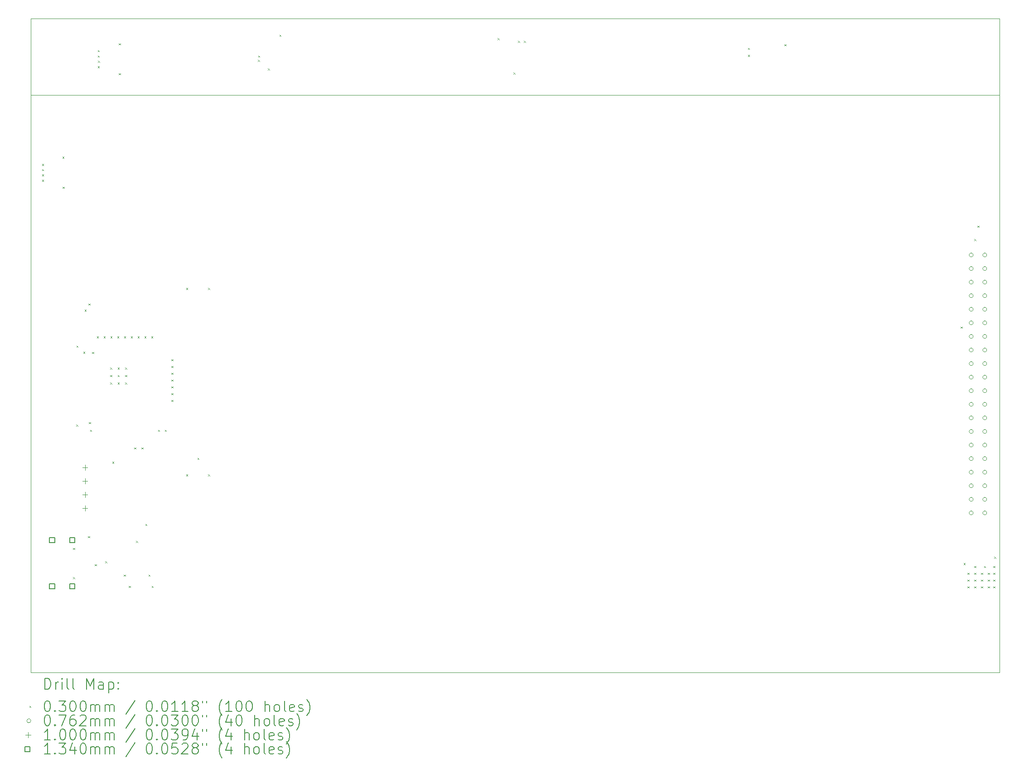
<source format=gbr>
%TF.GenerationSoftware,KiCad,Pcbnew,8.0.9*%
%TF.CreationDate,2025-09-15T10:43:37+02:00*%
%TF.ProjectId,iot_weatherstation_full_vcut,696f745f-7765-4617-9468-657273746174,rev?*%
%TF.SameCoordinates,Original*%
%TF.FileFunction,Drillmap*%
%TF.FilePolarity,Positive*%
%FSLAX45Y45*%
G04 Gerber Fmt 4.5, Leading zero omitted, Abs format (unit mm)*
G04 Created by KiCad (PCBNEW 8.0.9) date 2025-09-15 10:43:37*
%MOMM*%
%LPD*%
G01*
G04 APERTURE LIST*
%ADD10C,0.050000*%
%ADD11C,0.200000*%
%ADD12C,0.100000*%
%ADD13C,0.134000*%
G04 APERTURE END LIST*
D10*
X12931140Y-12004040D02*
X31031180Y-12004040D01*
X12931140Y-22804040D02*
X31031140Y-22804040D01*
X31031438Y-10573774D02*
X12931438Y-10573774D01*
X31031140Y-22804040D02*
X31031438Y-10573774D01*
X12931438Y-10573774D02*
X12931140Y-22804040D01*
D11*
D12*
X13135700Y-13289980D02*
X13165700Y-13319980D01*
X13165700Y-13289980D02*
X13135700Y-13319980D01*
X13135700Y-13389980D02*
X13165700Y-13419980D01*
X13165700Y-13389980D02*
X13135700Y-13419980D01*
X13135700Y-13488780D02*
X13165700Y-13518780D01*
X13165700Y-13488780D02*
X13135700Y-13518780D01*
X13135700Y-13589980D02*
X13165700Y-13619980D01*
X13165700Y-13589980D02*
X13135700Y-13619980D01*
X13519440Y-13154900D02*
X13549440Y-13184900D01*
X13549440Y-13154900D02*
X13519440Y-13184900D01*
X13523200Y-13718780D02*
X13553200Y-13748780D01*
X13553200Y-13718780D02*
X13523200Y-13748780D01*
X13718840Y-20474300D02*
X13748840Y-20504300D01*
X13748840Y-20474300D02*
X13718840Y-20504300D01*
X13718840Y-21024300D02*
X13748840Y-21054300D01*
X13748840Y-21024300D02*
X13718840Y-21054300D01*
X13774440Y-18167560D02*
X13804440Y-18197560D01*
X13804440Y-18167560D02*
X13774440Y-18197560D01*
X13782280Y-16690580D02*
X13812280Y-16720580D01*
X13812280Y-16690580D02*
X13782280Y-16720580D01*
X13906740Y-16804880D02*
X13936740Y-16834880D01*
X13936740Y-16804880D02*
X13906740Y-16834880D01*
X13934680Y-16017480D02*
X13964680Y-16047480D01*
X13964680Y-16017480D02*
X13934680Y-16047480D01*
X13998180Y-20255520D02*
X14028180Y-20285520D01*
X14028180Y-20255520D02*
X13998180Y-20285520D01*
X14005800Y-15905720D02*
X14035800Y-15935720D01*
X14035800Y-15905720D02*
X14005800Y-15935720D01*
X14013420Y-18123140D02*
X14043420Y-18153140D01*
X14043420Y-18123140D02*
X14013420Y-18153140D01*
X14033520Y-18266620D02*
X14063520Y-18296620D01*
X14063520Y-18266620D02*
X14033520Y-18296620D01*
X14073100Y-16809960D02*
X14103100Y-16839960D01*
X14103100Y-16809960D02*
X14073100Y-16839960D01*
X14125180Y-20782520D02*
X14155180Y-20812520D01*
X14155180Y-20782520D02*
X14125180Y-20812520D01*
X14160520Y-16516620D02*
X14190520Y-16546620D01*
X14190520Y-16516620D02*
X14160520Y-16546620D01*
X14177610Y-11464880D02*
X14207610Y-11494880D01*
X14207610Y-11464880D02*
X14177610Y-11494880D01*
X14178520Y-11264334D02*
X14208520Y-11294334D01*
X14208520Y-11264334D02*
X14178520Y-11294334D01*
X14179098Y-11164334D02*
X14209098Y-11194334D01*
X14209098Y-11164334D02*
X14179098Y-11194334D01*
X14182438Y-11363754D02*
X14212438Y-11393754D01*
X14212438Y-11363754D02*
X14182438Y-11393754D01*
X14287520Y-16516620D02*
X14317520Y-16546620D01*
X14317520Y-16516620D02*
X14287520Y-16546620D01*
X14319710Y-20724140D02*
X14349710Y-20754140D01*
X14349710Y-20724140D02*
X14319710Y-20754140D01*
X14411520Y-17101620D02*
X14441520Y-17131620D01*
X14441520Y-17101620D02*
X14411520Y-17131620D01*
X14411520Y-17241620D02*
X14441520Y-17271620D01*
X14441520Y-17241620D02*
X14411520Y-17271620D01*
X14411520Y-17381620D02*
X14441520Y-17411620D01*
X14441520Y-17381620D02*
X14411520Y-17411620D01*
X14414520Y-16516620D02*
X14444520Y-16546620D01*
X14444520Y-16516620D02*
X14414520Y-16546620D01*
X14450300Y-18864820D02*
X14480300Y-18894820D01*
X14480300Y-18864820D02*
X14450300Y-18894820D01*
X14541520Y-16516620D02*
X14571520Y-16546620D01*
X14571520Y-16516620D02*
X14541520Y-16546620D01*
X14551520Y-17101620D02*
X14581520Y-17131620D01*
X14581520Y-17101620D02*
X14551520Y-17131620D01*
X14551520Y-17241620D02*
X14581520Y-17271620D01*
X14581520Y-17241620D02*
X14551520Y-17271620D01*
X14551520Y-17381620D02*
X14581520Y-17411620D01*
X14581520Y-17381620D02*
X14551520Y-17411620D01*
X14569938Y-11033754D02*
X14599938Y-11063754D01*
X14599938Y-11033754D02*
X14569938Y-11063754D01*
X14569938Y-11593754D02*
X14599938Y-11623754D01*
X14599938Y-11593754D02*
X14569938Y-11623754D01*
X14664890Y-20975600D02*
X14694890Y-21005600D01*
X14694890Y-20975600D02*
X14664890Y-21005600D01*
X14668520Y-16516620D02*
X14698520Y-16546620D01*
X14698520Y-16516620D02*
X14668520Y-16546620D01*
X14691520Y-17101620D02*
X14721520Y-17131620D01*
X14721520Y-17101620D02*
X14691520Y-17131620D01*
X14691520Y-17241620D02*
X14721520Y-17271620D01*
X14721520Y-17241620D02*
X14691520Y-17271620D01*
X14691520Y-17381620D02*
X14721520Y-17411620D01*
X14721520Y-17381620D02*
X14691520Y-17411620D01*
X14760240Y-21186380D02*
X14790240Y-21216380D01*
X14790240Y-21186380D02*
X14760240Y-21216380D01*
X14795520Y-16516620D02*
X14825520Y-16546620D01*
X14825520Y-16516620D02*
X14795520Y-16546620D01*
X14859240Y-18598120D02*
X14889240Y-18628120D01*
X14889240Y-18598120D02*
X14859240Y-18628120D01*
X14894890Y-20345600D02*
X14924890Y-20375600D01*
X14924890Y-20345600D02*
X14894890Y-20375600D01*
X14922520Y-16516620D02*
X14952520Y-16546620D01*
X14952520Y-16516620D02*
X14922520Y-16546620D01*
X14996400Y-18598120D02*
X15026400Y-18628120D01*
X15026400Y-18598120D02*
X14996400Y-18628120D01*
X15049520Y-16516620D02*
X15079520Y-16546620D01*
X15079520Y-16516620D02*
X15049520Y-16546620D01*
X15067920Y-20028140D02*
X15097920Y-20058140D01*
X15097920Y-20028140D02*
X15067920Y-20058140D01*
X15124890Y-20975600D02*
X15154890Y-21005600D01*
X15154890Y-20975600D02*
X15124890Y-21005600D01*
X15176520Y-16516620D02*
X15206520Y-16546620D01*
X15206520Y-16516620D02*
X15176520Y-16546620D01*
X15184420Y-21186380D02*
X15214420Y-21216380D01*
X15214420Y-21186380D02*
X15184420Y-21216380D01*
X15303520Y-18266620D02*
X15333520Y-18296620D01*
X15333520Y-18266620D02*
X15303520Y-18296620D01*
X15430740Y-18266620D02*
X15460740Y-18296620D01*
X15460740Y-18266620D02*
X15430740Y-18296620D01*
X15555520Y-16947120D02*
X15585520Y-16977120D01*
X15585520Y-16947120D02*
X15555520Y-16977120D01*
X15555520Y-17074120D02*
X15585520Y-17104120D01*
X15585520Y-17074120D02*
X15555520Y-17104120D01*
X15555520Y-17201120D02*
X15585520Y-17231120D01*
X15585520Y-17201120D02*
X15555520Y-17231120D01*
X15555520Y-17328120D02*
X15585520Y-17358120D01*
X15585520Y-17328120D02*
X15555520Y-17358120D01*
X15555520Y-17455120D02*
X15585520Y-17485120D01*
X15585520Y-17455120D02*
X15555520Y-17485120D01*
X15555520Y-17582120D02*
X15585520Y-17612120D01*
X15585520Y-17582120D02*
X15555520Y-17612120D01*
X15555520Y-17709120D02*
X15585520Y-17739120D01*
X15585520Y-17709120D02*
X15555520Y-17739120D01*
X15830260Y-19102300D02*
X15860260Y-19132300D01*
X15860260Y-19102300D02*
X15830260Y-19132300D01*
X15831000Y-15612360D02*
X15861000Y-15642360D01*
X15861000Y-15612360D02*
X15831000Y-15642360D01*
X16040340Y-18791160D02*
X16070340Y-18821160D01*
X16070340Y-18791160D02*
X16040340Y-18821160D01*
X16240260Y-19102300D02*
X16270260Y-19132300D01*
X16270260Y-19102300D02*
X16240260Y-19132300D01*
X16241000Y-15612360D02*
X16271000Y-15642360D01*
X16271000Y-15612360D02*
X16241000Y-15642360D01*
X17170898Y-11346174D02*
X17200898Y-11376174D01*
X17200898Y-11346174D02*
X17170898Y-11376174D01*
X17175978Y-11263874D02*
X17205978Y-11293874D01*
X17205978Y-11263874D02*
X17175978Y-11293874D01*
X17356318Y-11505174D02*
X17386318Y-11535174D01*
X17386318Y-11505174D02*
X17356318Y-11535174D01*
X17572738Y-10873734D02*
X17602738Y-10903734D01*
X17602738Y-10873734D02*
X17572738Y-10903734D01*
X21648158Y-10936094D02*
X21678158Y-10966094D01*
X21678158Y-10936094D02*
X21648158Y-10966094D01*
X21948638Y-11583974D02*
X21978638Y-11613974D01*
X21978638Y-11583974D02*
X21948638Y-11613974D01*
X22032458Y-10988034D02*
X22062458Y-11018034D01*
X22062458Y-10988034D02*
X22032458Y-11018034D01*
X22139138Y-10988034D02*
X22169138Y-11018034D01*
X22169138Y-10988034D02*
X22139138Y-11018034D01*
X26327598Y-11120114D02*
X26357598Y-11150114D01*
X26357598Y-11120114D02*
X26327598Y-11150114D01*
X26327598Y-11249654D02*
X26357598Y-11279654D01*
X26357598Y-11249654D02*
X26327598Y-11279654D01*
X27008318Y-11054074D02*
X27038318Y-11084074D01*
X27038318Y-11054074D02*
X27008318Y-11084074D01*
X30304980Y-16337520D02*
X30334980Y-16367520D01*
X30334980Y-16337520D02*
X30304980Y-16367520D01*
X30358320Y-20757540D02*
X30388320Y-20787540D01*
X30388320Y-20757540D02*
X30358320Y-20787540D01*
X30429440Y-20940846D02*
X30459440Y-20970846D01*
X30459440Y-20940846D02*
X30429440Y-20970846D01*
X30429440Y-21067846D02*
X30459440Y-21097846D01*
X30459440Y-21067846D02*
X30429440Y-21097846D01*
X30429440Y-21194846D02*
X30459440Y-21224846D01*
X30459440Y-21194846D02*
X30429440Y-21224846D01*
X30556440Y-20813846D02*
X30586440Y-20843846D01*
X30586440Y-20813846D02*
X30556440Y-20843846D01*
X30556440Y-20940846D02*
X30586440Y-20970846D01*
X30586440Y-20940846D02*
X30556440Y-20970846D01*
X30556440Y-21067846D02*
X30586440Y-21097846D01*
X30586440Y-21067846D02*
X30556440Y-21097846D01*
X30556440Y-21194846D02*
X30586440Y-21224846D01*
X30586440Y-21194846D02*
X30556440Y-21224846D01*
X30558980Y-14699220D02*
X30588980Y-14729220D01*
X30588980Y-14699220D02*
X30558980Y-14729220D01*
X30614270Y-14448880D02*
X30644270Y-14478880D01*
X30644270Y-14448880D02*
X30614270Y-14478880D01*
X30683440Y-20940000D02*
X30713440Y-20970000D01*
X30713440Y-20940000D02*
X30683440Y-20970000D01*
X30683440Y-21067846D02*
X30713440Y-21097846D01*
X30713440Y-21067846D02*
X30683440Y-21097846D01*
X30683440Y-21194846D02*
X30713440Y-21224846D01*
X30713440Y-21194846D02*
X30683440Y-21224846D01*
X30738440Y-20813000D02*
X30768440Y-20843000D01*
X30768440Y-20813000D02*
X30738440Y-20843000D01*
X30810440Y-20940000D02*
X30840440Y-20970000D01*
X30840440Y-20940000D02*
X30810440Y-20970000D01*
X30810440Y-21067846D02*
X30840440Y-21097846D01*
X30840440Y-21067846D02*
X30810440Y-21097846D01*
X30810440Y-21194846D02*
X30840440Y-21224846D01*
X30840440Y-21194846D02*
X30810440Y-21224846D01*
X30914580Y-20813000D02*
X30944580Y-20843000D01*
X30944580Y-20813000D02*
X30914580Y-20843000D01*
X30914580Y-20940000D02*
X30944580Y-20970000D01*
X30944580Y-20940000D02*
X30914580Y-20970000D01*
X30914580Y-21069540D02*
X30944580Y-21099540D01*
X30944580Y-21069540D02*
X30914580Y-21099540D01*
X30914580Y-21194000D02*
X30944580Y-21224000D01*
X30944580Y-21194000D02*
X30914580Y-21224000D01*
X30928846Y-20641846D02*
X30958846Y-20671846D01*
X30958846Y-20641846D02*
X30928846Y-20671846D01*
X30537540Y-14995680D02*
G75*
G02*
X30461340Y-14995680I-38100J0D01*
G01*
X30461340Y-14995680D02*
G75*
G02*
X30537540Y-14995680I38100J0D01*
G01*
X30537540Y-15249680D02*
G75*
G02*
X30461340Y-15249680I-38100J0D01*
G01*
X30461340Y-15249680D02*
G75*
G02*
X30537540Y-15249680I38100J0D01*
G01*
X30537540Y-15503680D02*
G75*
G02*
X30461340Y-15503680I-38100J0D01*
G01*
X30461340Y-15503680D02*
G75*
G02*
X30537540Y-15503680I38100J0D01*
G01*
X30537540Y-15757680D02*
G75*
G02*
X30461340Y-15757680I-38100J0D01*
G01*
X30461340Y-15757680D02*
G75*
G02*
X30537540Y-15757680I38100J0D01*
G01*
X30537540Y-16011680D02*
G75*
G02*
X30461340Y-16011680I-38100J0D01*
G01*
X30461340Y-16011680D02*
G75*
G02*
X30537540Y-16011680I38100J0D01*
G01*
X30537540Y-16265680D02*
G75*
G02*
X30461340Y-16265680I-38100J0D01*
G01*
X30461340Y-16265680D02*
G75*
G02*
X30537540Y-16265680I38100J0D01*
G01*
X30537540Y-16519680D02*
G75*
G02*
X30461340Y-16519680I-38100J0D01*
G01*
X30461340Y-16519680D02*
G75*
G02*
X30537540Y-16519680I38100J0D01*
G01*
X30537540Y-16773680D02*
G75*
G02*
X30461340Y-16773680I-38100J0D01*
G01*
X30461340Y-16773680D02*
G75*
G02*
X30537540Y-16773680I38100J0D01*
G01*
X30537540Y-17027680D02*
G75*
G02*
X30461340Y-17027680I-38100J0D01*
G01*
X30461340Y-17027680D02*
G75*
G02*
X30537540Y-17027680I38100J0D01*
G01*
X30537540Y-17281680D02*
G75*
G02*
X30461340Y-17281680I-38100J0D01*
G01*
X30461340Y-17281680D02*
G75*
G02*
X30537540Y-17281680I38100J0D01*
G01*
X30537540Y-17535680D02*
G75*
G02*
X30461340Y-17535680I-38100J0D01*
G01*
X30461340Y-17535680D02*
G75*
G02*
X30537540Y-17535680I38100J0D01*
G01*
X30537540Y-17789680D02*
G75*
G02*
X30461340Y-17789680I-38100J0D01*
G01*
X30461340Y-17789680D02*
G75*
G02*
X30537540Y-17789680I38100J0D01*
G01*
X30537540Y-18043680D02*
G75*
G02*
X30461340Y-18043680I-38100J0D01*
G01*
X30461340Y-18043680D02*
G75*
G02*
X30537540Y-18043680I38100J0D01*
G01*
X30537540Y-18297680D02*
G75*
G02*
X30461340Y-18297680I-38100J0D01*
G01*
X30461340Y-18297680D02*
G75*
G02*
X30537540Y-18297680I38100J0D01*
G01*
X30537540Y-18551680D02*
G75*
G02*
X30461340Y-18551680I-38100J0D01*
G01*
X30461340Y-18551680D02*
G75*
G02*
X30537540Y-18551680I38100J0D01*
G01*
X30537540Y-18805680D02*
G75*
G02*
X30461340Y-18805680I-38100J0D01*
G01*
X30461340Y-18805680D02*
G75*
G02*
X30537540Y-18805680I38100J0D01*
G01*
X30537540Y-19059680D02*
G75*
G02*
X30461340Y-19059680I-38100J0D01*
G01*
X30461340Y-19059680D02*
G75*
G02*
X30537540Y-19059680I38100J0D01*
G01*
X30537540Y-19313680D02*
G75*
G02*
X30461340Y-19313680I-38100J0D01*
G01*
X30461340Y-19313680D02*
G75*
G02*
X30537540Y-19313680I38100J0D01*
G01*
X30537540Y-19567680D02*
G75*
G02*
X30461340Y-19567680I-38100J0D01*
G01*
X30461340Y-19567680D02*
G75*
G02*
X30537540Y-19567680I38100J0D01*
G01*
X30537540Y-19821680D02*
G75*
G02*
X30461340Y-19821680I-38100J0D01*
G01*
X30461340Y-19821680D02*
G75*
G02*
X30537540Y-19821680I38100J0D01*
G01*
X30791540Y-14995680D02*
G75*
G02*
X30715340Y-14995680I-38100J0D01*
G01*
X30715340Y-14995680D02*
G75*
G02*
X30791540Y-14995680I38100J0D01*
G01*
X30791540Y-15249680D02*
G75*
G02*
X30715340Y-15249680I-38100J0D01*
G01*
X30715340Y-15249680D02*
G75*
G02*
X30791540Y-15249680I38100J0D01*
G01*
X30791540Y-15503680D02*
G75*
G02*
X30715340Y-15503680I-38100J0D01*
G01*
X30715340Y-15503680D02*
G75*
G02*
X30791540Y-15503680I38100J0D01*
G01*
X30791540Y-15757680D02*
G75*
G02*
X30715340Y-15757680I-38100J0D01*
G01*
X30715340Y-15757680D02*
G75*
G02*
X30791540Y-15757680I38100J0D01*
G01*
X30791540Y-16011680D02*
G75*
G02*
X30715340Y-16011680I-38100J0D01*
G01*
X30715340Y-16011680D02*
G75*
G02*
X30791540Y-16011680I38100J0D01*
G01*
X30791540Y-16265680D02*
G75*
G02*
X30715340Y-16265680I-38100J0D01*
G01*
X30715340Y-16265680D02*
G75*
G02*
X30791540Y-16265680I38100J0D01*
G01*
X30791540Y-16519680D02*
G75*
G02*
X30715340Y-16519680I-38100J0D01*
G01*
X30715340Y-16519680D02*
G75*
G02*
X30791540Y-16519680I38100J0D01*
G01*
X30791540Y-16773680D02*
G75*
G02*
X30715340Y-16773680I-38100J0D01*
G01*
X30715340Y-16773680D02*
G75*
G02*
X30791540Y-16773680I38100J0D01*
G01*
X30791540Y-17027680D02*
G75*
G02*
X30715340Y-17027680I-38100J0D01*
G01*
X30715340Y-17027680D02*
G75*
G02*
X30791540Y-17027680I38100J0D01*
G01*
X30791540Y-17281680D02*
G75*
G02*
X30715340Y-17281680I-38100J0D01*
G01*
X30715340Y-17281680D02*
G75*
G02*
X30791540Y-17281680I38100J0D01*
G01*
X30791540Y-17535680D02*
G75*
G02*
X30715340Y-17535680I-38100J0D01*
G01*
X30715340Y-17535680D02*
G75*
G02*
X30791540Y-17535680I38100J0D01*
G01*
X30791540Y-17789680D02*
G75*
G02*
X30715340Y-17789680I-38100J0D01*
G01*
X30715340Y-17789680D02*
G75*
G02*
X30791540Y-17789680I38100J0D01*
G01*
X30791540Y-18043680D02*
G75*
G02*
X30715340Y-18043680I-38100J0D01*
G01*
X30715340Y-18043680D02*
G75*
G02*
X30791540Y-18043680I38100J0D01*
G01*
X30791540Y-18297680D02*
G75*
G02*
X30715340Y-18297680I-38100J0D01*
G01*
X30715340Y-18297680D02*
G75*
G02*
X30791540Y-18297680I38100J0D01*
G01*
X30791540Y-18551680D02*
G75*
G02*
X30715340Y-18551680I-38100J0D01*
G01*
X30715340Y-18551680D02*
G75*
G02*
X30791540Y-18551680I38100J0D01*
G01*
X30791540Y-18805680D02*
G75*
G02*
X30715340Y-18805680I-38100J0D01*
G01*
X30715340Y-18805680D02*
G75*
G02*
X30791540Y-18805680I38100J0D01*
G01*
X30791540Y-19059680D02*
G75*
G02*
X30715340Y-19059680I-38100J0D01*
G01*
X30715340Y-19059680D02*
G75*
G02*
X30791540Y-19059680I38100J0D01*
G01*
X30791540Y-19313680D02*
G75*
G02*
X30715340Y-19313680I-38100J0D01*
G01*
X30715340Y-19313680D02*
G75*
G02*
X30791540Y-19313680I38100J0D01*
G01*
X30791540Y-19567680D02*
G75*
G02*
X30715340Y-19567680I-38100J0D01*
G01*
X30715340Y-19567680D02*
G75*
G02*
X30791540Y-19567680I38100J0D01*
G01*
X30791540Y-19821680D02*
G75*
G02*
X30715340Y-19821680I-38100J0D01*
G01*
X30715340Y-19821680D02*
G75*
G02*
X30791540Y-19821680I38100J0D01*
G01*
X13939520Y-18923800D02*
X13939520Y-19023800D01*
X13889520Y-18973800D02*
X13989520Y-18973800D01*
X13939520Y-19177800D02*
X13939520Y-19277800D01*
X13889520Y-19227800D02*
X13989520Y-19227800D01*
X13939520Y-19431800D02*
X13939520Y-19531800D01*
X13889520Y-19481800D02*
X13989520Y-19481800D01*
X13939520Y-19685800D02*
X13939520Y-19785800D01*
X13889520Y-19735800D02*
X13989520Y-19735800D01*
D13*
X13372217Y-20379677D02*
X13372217Y-20284923D01*
X13277463Y-20284923D01*
X13277463Y-20379677D01*
X13372217Y-20379677D01*
X13372217Y-21243677D02*
X13372217Y-21148923D01*
X13277463Y-21148923D01*
X13277463Y-21243677D01*
X13372217Y-21243677D01*
X13752217Y-20379677D02*
X13752217Y-20284923D01*
X13657463Y-20284923D01*
X13657463Y-20379677D01*
X13752217Y-20379677D01*
X13752217Y-21243677D02*
X13752217Y-21148923D01*
X13657463Y-21148923D01*
X13657463Y-21243677D01*
X13752217Y-21243677D01*
D11*
X13189417Y-23118024D02*
X13189417Y-22918024D01*
X13189417Y-22918024D02*
X13237036Y-22918024D01*
X13237036Y-22918024D02*
X13265607Y-22927548D01*
X13265607Y-22927548D02*
X13284655Y-22946595D01*
X13284655Y-22946595D02*
X13294179Y-22965643D01*
X13294179Y-22965643D02*
X13303702Y-23003738D01*
X13303702Y-23003738D02*
X13303702Y-23032309D01*
X13303702Y-23032309D02*
X13294179Y-23070405D01*
X13294179Y-23070405D02*
X13284655Y-23089452D01*
X13284655Y-23089452D02*
X13265607Y-23108500D01*
X13265607Y-23108500D02*
X13237036Y-23118024D01*
X13237036Y-23118024D02*
X13189417Y-23118024D01*
X13389417Y-23118024D02*
X13389417Y-22984690D01*
X13389417Y-23022786D02*
X13398941Y-23003738D01*
X13398941Y-23003738D02*
X13408464Y-22994214D01*
X13408464Y-22994214D02*
X13427512Y-22984690D01*
X13427512Y-22984690D02*
X13446560Y-22984690D01*
X13513226Y-23118024D02*
X13513226Y-22984690D01*
X13513226Y-22918024D02*
X13503702Y-22927548D01*
X13503702Y-22927548D02*
X13513226Y-22937071D01*
X13513226Y-22937071D02*
X13522750Y-22927548D01*
X13522750Y-22927548D02*
X13513226Y-22918024D01*
X13513226Y-22918024D02*
X13513226Y-22937071D01*
X13637036Y-23118024D02*
X13617988Y-23108500D01*
X13617988Y-23108500D02*
X13608464Y-23089452D01*
X13608464Y-23089452D02*
X13608464Y-22918024D01*
X13741798Y-23118024D02*
X13722750Y-23108500D01*
X13722750Y-23108500D02*
X13713226Y-23089452D01*
X13713226Y-23089452D02*
X13713226Y-22918024D01*
X13970369Y-23118024D02*
X13970369Y-22918024D01*
X13970369Y-22918024D02*
X14037036Y-23060881D01*
X14037036Y-23060881D02*
X14103702Y-22918024D01*
X14103702Y-22918024D02*
X14103702Y-23118024D01*
X14284655Y-23118024D02*
X14284655Y-23013262D01*
X14284655Y-23013262D02*
X14275131Y-22994214D01*
X14275131Y-22994214D02*
X14256083Y-22984690D01*
X14256083Y-22984690D02*
X14217988Y-22984690D01*
X14217988Y-22984690D02*
X14198941Y-22994214D01*
X14284655Y-23108500D02*
X14265607Y-23118024D01*
X14265607Y-23118024D02*
X14217988Y-23118024D01*
X14217988Y-23118024D02*
X14198941Y-23108500D01*
X14198941Y-23108500D02*
X14189417Y-23089452D01*
X14189417Y-23089452D02*
X14189417Y-23070405D01*
X14189417Y-23070405D02*
X14198941Y-23051357D01*
X14198941Y-23051357D02*
X14217988Y-23041833D01*
X14217988Y-23041833D02*
X14265607Y-23041833D01*
X14265607Y-23041833D02*
X14284655Y-23032309D01*
X14379893Y-22984690D02*
X14379893Y-23184690D01*
X14379893Y-22994214D02*
X14398941Y-22984690D01*
X14398941Y-22984690D02*
X14437036Y-22984690D01*
X14437036Y-22984690D02*
X14456083Y-22994214D01*
X14456083Y-22994214D02*
X14465607Y-23003738D01*
X14465607Y-23003738D02*
X14475131Y-23022786D01*
X14475131Y-23022786D02*
X14475131Y-23079928D01*
X14475131Y-23079928D02*
X14465607Y-23098976D01*
X14465607Y-23098976D02*
X14456083Y-23108500D01*
X14456083Y-23108500D02*
X14437036Y-23118024D01*
X14437036Y-23118024D02*
X14398941Y-23118024D01*
X14398941Y-23118024D02*
X14379893Y-23108500D01*
X14560845Y-23098976D02*
X14570369Y-23108500D01*
X14570369Y-23108500D02*
X14560845Y-23118024D01*
X14560845Y-23118024D02*
X14551322Y-23108500D01*
X14551322Y-23108500D02*
X14560845Y-23098976D01*
X14560845Y-23098976D02*
X14560845Y-23118024D01*
X14560845Y-22994214D02*
X14570369Y-23003738D01*
X14570369Y-23003738D02*
X14560845Y-23013262D01*
X14560845Y-23013262D02*
X14551322Y-23003738D01*
X14551322Y-23003738D02*
X14560845Y-22994214D01*
X14560845Y-22994214D02*
X14560845Y-23013262D01*
D12*
X12898640Y-23431540D02*
X12928640Y-23461540D01*
X12928640Y-23431540D02*
X12898640Y-23461540D01*
D11*
X13227512Y-23338024D02*
X13246560Y-23338024D01*
X13246560Y-23338024D02*
X13265607Y-23347548D01*
X13265607Y-23347548D02*
X13275131Y-23357071D01*
X13275131Y-23357071D02*
X13284655Y-23376119D01*
X13284655Y-23376119D02*
X13294179Y-23414214D01*
X13294179Y-23414214D02*
X13294179Y-23461833D01*
X13294179Y-23461833D02*
X13284655Y-23499928D01*
X13284655Y-23499928D02*
X13275131Y-23518976D01*
X13275131Y-23518976D02*
X13265607Y-23528500D01*
X13265607Y-23528500D02*
X13246560Y-23538024D01*
X13246560Y-23538024D02*
X13227512Y-23538024D01*
X13227512Y-23538024D02*
X13208464Y-23528500D01*
X13208464Y-23528500D02*
X13198941Y-23518976D01*
X13198941Y-23518976D02*
X13189417Y-23499928D01*
X13189417Y-23499928D02*
X13179893Y-23461833D01*
X13179893Y-23461833D02*
X13179893Y-23414214D01*
X13179893Y-23414214D02*
X13189417Y-23376119D01*
X13189417Y-23376119D02*
X13198941Y-23357071D01*
X13198941Y-23357071D02*
X13208464Y-23347548D01*
X13208464Y-23347548D02*
X13227512Y-23338024D01*
X13379893Y-23518976D02*
X13389417Y-23528500D01*
X13389417Y-23528500D02*
X13379893Y-23538024D01*
X13379893Y-23538024D02*
X13370369Y-23528500D01*
X13370369Y-23528500D02*
X13379893Y-23518976D01*
X13379893Y-23518976D02*
X13379893Y-23538024D01*
X13456083Y-23338024D02*
X13579893Y-23338024D01*
X13579893Y-23338024D02*
X13513226Y-23414214D01*
X13513226Y-23414214D02*
X13541798Y-23414214D01*
X13541798Y-23414214D02*
X13560845Y-23423738D01*
X13560845Y-23423738D02*
X13570369Y-23433262D01*
X13570369Y-23433262D02*
X13579893Y-23452309D01*
X13579893Y-23452309D02*
X13579893Y-23499928D01*
X13579893Y-23499928D02*
X13570369Y-23518976D01*
X13570369Y-23518976D02*
X13560845Y-23528500D01*
X13560845Y-23528500D02*
X13541798Y-23538024D01*
X13541798Y-23538024D02*
X13484655Y-23538024D01*
X13484655Y-23538024D02*
X13465607Y-23528500D01*
X13465607Y-23528500D02*
X13456083Y-23518976D01*
X13703702Y-23338024D02*
X13722750Y-23338024D01*
X13722750Y-23338024D02*
X13741798Y-23347548D01*
X13741798Y-23347548D02*
X13751322Y-23357071D01*
X13751322Y-23357071D02*
X13760845Y-23376119D01*
X13760845Y-23376119D02*
X13770369Y-23414214D01*
X13770369Y-23414214D02*
X13770369Y-23461833D01*
X13770369Y-23461833D02*
X13760845Y-23499928D01*
X13760845Y-23499928D02*
X13751322Y-23518976D01*
X13751322Y-23518976D02*
X13741798Y-23528500D01*
X13741798Y-23528500D02*
X13722750Y-23538024D01*
X13722750Y-23538024D02*
X13703702Y-23538024D01*
X13703702Y-23538024D02*
X13684655Y-23528500D01*
X13684655Y-23528500D02*
X13675131Y-23518976D01*
X13675131Y-23518976D02*
X13665607Y-23499928D01*
X13665607Y-23499928D02*
X13656083Y-23461833D01*
X13656083Y-23461833D02*
X13656083Y-23414214D01*
X13656083Y-23414214D02*
X13665607Y-23376119D01*
X13665607Y-23376119D02*
X13675131Y-23357071D01*
X13675131Y-23357071D02*
X13684655Y-23347548D01*
X13684655Y-23347548D02*
X13703702Y-23338024D01*
X13894179Y-23338024D02*
X13913226Y-23338024D01*
X13913226Y-23338024D02*
X13932274Y-23347548D01*
X13932274Y-23347548D02*
X13941798Y-23357071D01*
X13941798Y-23357071D02*
X13951322Y-23376119D01*
X13951322Y-23376119D02*
X13960845Y-23414214D01*
X13960845Y-23414214D02*
X13960845Y-23461833D01*
X13960845Y-23461833D02*
X13951322Y-23499928D01*
X13951322Y-23499928D02*
X13941798Y-23518976D01*
X13941798Y-23518976D02*
X13932274Y-23528500D01*
X13932274Y-23528500D02*
X13913226Y-23538024D01*
X13913226Y-23538024D02*
X13894179Y-23538024D01*
X13894179Y-23538024D02*
X13875131Y-23528500D01*
X13875131Y-23528500D02*
X13865607Y-23518976D01*
X13865607Y-23518976D02*
X13856083Y-23499928D01*
X13856083Y-23499928D02*
X13846560Y-23461833D01*
X13846560Y-23461833D02*
X13846560Y-23414214D01*
X13846560Y-23414214D02*
X13856083Y-23376119D01*
X13856083Y-23376119D02*
X13865607Y-23357071D01*
X13865607Y-23357071D02*
X13875131Y-23347548D01*
X13875131Y-23347548D02*
X13894179Y-23338024D01*
X14046560Y-23538024D02*
X14046560Y-23404690D01*
X14046560Y-23423738D02*
X14056083Y-23414214D01*
X14056083Y-23414214D02*
X14075131Y-23404690D01*
X14075131Y-23404690D02*
X14103703Y-23404690D01*
X14103703Y-23404690D02*
X14122750Y-23414214D01*
X14122750Y-23414214D02*
X14132274Y-23433262D01*
X14132274Y-23433262D02*
X14132274Y-23538024D01*
X14132274Y-23433262D02*
X14141798Y-23414214D01*
X14141798Y-23414214D02*
X14160845Y-23404690D01*
X14160845Y-23404690D02*
X14189417Y-23404690D01*
X14189417Y-23404690D02*
X14208464Y-23414214D01*
X14208464Y-23414214D02*
X14217988Y-23433262D01*
X14217988Y-23433262D02*
X14217988Y-23538024D01*
X14313226Y-23538024D02*
X14313226Y-23404690D01*
X14313226Y-23423738D02*
X14322750Y-23414214D01*
X14322750Y-23414214D02*
X14341798Y-23404690D01*
X14341798Y-23404690D02*
X14370369Y-23404690D01*
X14370369Y-23404690D02*
X14389417Y-23414214D01*
X14389417Y-23414214D02*
X14398941Y-23433262D01*
X14398941Y-23433262D02*
X14398941Y-23538024D01*
X14398941Y-23433262D02*
X14408464Y-23414214D01*
X14408464Y-23414214D02*
X14427512Y-23404690D01*
X14427512Y-23404690D02*
X14456083Y-23404690D01*
X14456083Y-23404690D02*
X14475131Y-23414214D01*
X14475131Y-23414214D02*
X14484655Y-23433262D01*
X14484655Y-23433262D02*
X14484655Y-23538024D01*
X14875131Y-23328500D02*
X14703703Y-23585643D01*
X15132274Y-23338024D02*
X15151322Y-23338024D01*
X15151322Y-23338024D02*
X15170369Y-23347548D01*
X15170369Y-23347548D02*
X15179893Y-23357071D01*
X15179893Y-23357071D02*
X15189417Y-23376119D01*
X15189417Y-23376119D02*
X15198941Y-23414214D01*
X15198941Y-23414214D02*
X15198941Y-23461833D01*
X15198941Y-23461833D02*
X15189417Y-23499928D01*
X15189417Y-23499928D02*
X15179893Y-23518976D01*
X15179893Y-23518976D02*
X15170369Y-23528500D01*
X15170369Y-23528500D02*
X15151322Y-23538024D01*
X15151322Y-23538024D02*
X15132274Y-23538024D01*
X15132274Y-23538024D02*
X15113226Y-23528500D01*
X15113226Y-23528500D02*
X15103703Y-23518976D01*
X15103703Y-23518976D02*
X15094179Y-23499928D01*
X15094179Y-23499928D02*
X15084655Y-23461833D01*
X15084655Y-23461833D02*
X15084655Y-23414214D01*
X15084655Y-23414214D02*
X15094179Y-23376119D01*
X15094179Y-23376119D02*
X15103703Y-23357071D01*
X15103703Y-23357071D02*
X15113226Y-23347548D01*
X15113226Y-23347548D02*
X15132274Y-23338024D01*
X15284655Y-23518976D02*
X15294179Y-23528500D01*
X15294179Y-23528500D02*
X15284655Y-23538024D01*
X15284655Y-23538024D02*
X15275131Y-23528500D01*
X15275131Y-23528500D02*
X15284655Y-23518976D01*
X15284655Y-23518976D02*
X15284655Y-23538024D01*
X15417988Y-23338024D02*
X15437036Y-23338024D01*
X15437036Y-23338024D02*
X15456084Y-23347548D01*
X15456084Y-23347548D02*
X15465607Y-23357071D01*
X15465607Y-23357071D02*
X15475131Y-23376119D01*
X15475131Y-23376119D02*
X15484655Y-23414214D01*
X15484655Y-23414214D02*
X15484655Y-23461833D01*
X15484655Y-23461833D02*
X15475131Y-23499928D01*
X15475131Y-23499928D02*
X15465607Y-23518976D01*
X15465607Y-23518976D02*
X15456084Y-23528500D01*
X15456084Y-23528500D02*
X15437036Y-23538024D01*
X15437036Y-23538024D02*
X15417988Y-23538024D01*
X15417988Y-23538024D02*
X15398941Y-23528500D01*
X15398941Y-23528500D02*
X15389417Y-23518976D01*
X15389417Y-23518976D02*
X15379893Y-23499928D01*
X15379893Y-23499928D02*
X15370369Y-23461833D01*
X15370369Y-23461833D02*
X15370369Y-23414214D01*
X15370369Y-23414214D02*
X15379893Y-23376119D01*
X15379893Y-23376119D02*
X15389417Y-23357071D01*
X15389417Y-23357071D02*
X15398941Y-23347548D01*
X15398941Y-23347548D02*
X15417988Y-23338024D01*
X15675131Y-23538024D02*
X15560846Y-23538024D01*
X15617988Y-23538024D02*
X15617988Y-23338024D01*
X15617988Y-23338024D02*
X15598941Y-23366595D01*
X15598941Y-23366595D02*
X15579893Y-23385643D01*
X15579893Y-23385643D02*
X15560846Y-23395167D01*
X15865607Y-23538024D02*
X15751322Y-23538024D01*
X15808465Y-23538024D02*
X15808465Y-23338024D01*
X15808465Y-23338024D02*
X15789417Y-23366595D01*
X15789417Y-23366595D02*
X15770369Y-23385643D01*
X15770369Y-23385643D02*
X15751322Y-23395167D01*
X15979893Y-23423738D02*
X15960846Y-23414214D01*
X15960846Y-23414214D02*
X15951322Y-23404690D01*
X15951322Y-23404690D02*
X15941798Y-23385643D01*
X15941798Y-23385643D02*
X15941798Y-23376119D01*
X15941798Y-23376119D02*
X15951322Y-23357071D01*
X15951322Y-23357071D02*
X15960846Y-23347548D01*
X15960846Y-23347548D02*
X15979893Y-23338024D01*
X15979893Y-23338024D02*
X16017988Y-23338024D01*
X16017988Y-23338024D02*
X16037036Y-23347548D01*
X16037036Y-23347548D02*
X16046560Y-23357071D01*
X16046560Y-23357071D02*
X16056084Y-23376119D01*
X16056084Y-23376119D02*
X16056084Y-23385643D01*
X16056084Y-23385643D02*
X16046560Y-23404690D01*
X16046560Y-23404690D02*
X16037036Y-23414214D01*
X16037036Y-23414214D02*
X16017988Y-23423738D01*
X16017988Y-23423738D02*
X15979893Y-23423738D01*
X15979893Y-23423738D02*
X15960846Y-23433262D01*
X15960846Y-23433262D02*
X15951322Y-23442786D01*
X15951322Y-23442786D02*
X15941798Y-23461833D01*
X15941798Y-23461833D02*
X15941798Y-23499928D01*
X15941798Y-23499928D02*
X15951322Y-23518976D01*
X15951322Y-23518976D02*
X15960846Y-23528500D01*
X15960846Y-23528500D02*
X15979893Y-23538024D01*
X15979893Y-23538024D02*
X16017988Y-23538024D01*
X16017988Y-23538024D02*
X16037036Y-23528500D01*
X16037036Y-23528500D02*
X16046560Y-23518976D01*
X16046560Y-23518976D02*
X16056084Y-23499928D01*
X16056084Y-23499928D02*
X16056084Y-23461833D01*
X16056084Y-23461833D02*
X16046560Y-23442786D01*
X16046560Y-23442786D02*
X16037036Y-23433262D01*
X16037036Y-23433262D02*
X16017988Y-23423738D01*
X16132274Y-23338024D02*
X16132274Y-23376119D01*
X16208465Y-23338024D02*
X16208465Y-23376119D01*
X16503703Y-23614214D02*
X16494179Y-23604690D01*
X16494179Y-23604690D02*
X16475131Y-23576119D01*
X16475131Y-23576119D02*
X16465608Y-23557071D01*
X16465608Y-23557071D02*
X16456084Y-23528500D01*
X16456084Y-23528500D02*
X16446560Y-23480881D01*
X16446560Y-23480881D02*
X16446560Y-23442786D01*
X16446560Y-23442786D02*
X16456084Y-23395167D01*
X16456084Y-23395167D02*
X16465608Y-23366595D01*
X16465608Y-23366595D02*
X16475131Y-23347548D01*
X16475131Y-23347548D02*
X16494179Y-23318976D01*
X16494179Y-23318976D02*
X16503703Y-23309452D01*
X16684655Y-23538024D02*
X16570369Y-23538024D01*
X16627512Y-23538024D02*
X16627512Y-23338024D01*
X16627512Y-23338024D02*
X16608465Y-23366595D01*
X16608465Y-23366595D02*
X16589417Y-23385643D01*
X16589417Y-23385643D02*
X16570369Y-23395167D01*
X16808465Y-23338024D02*
X16827512Y-23338024D01*
X16827512Y-23338024D02*
X16846560Y-23347548D01*
X16846560Y-23347548D02*
X16856084Y-23357071D01*
X16856084Y-23357071D02*
X16865608Y-23376119D01*
X16865608Y-23376119D02*
X16875131Y-23414214D01*
X16875131Y-23414214D02*
X16875131Y-23461833D01*
X16875131Y-23461833D02*
X16865608Y-23499928D01*
X16865608Y-23499928D02*
X16856084Y-23518976D01*
X16856084Y-23518976D02*
X16846560Y-23528500D01*
X16846560Y-23528500D02*
X16827512Y-23538024D01*
X16827512Y-23538024D02*
X16808465Y-23538024D01*
X16808465Y-23538024D02*
X16789417Y-23528500D01*
X16789417Y-23528500D02*
X16779893Y-23518976D01*
X16779893Y-23518976D02*
X16770369Y-23499928D01*
X16770369Y-23499928D02*
X16760846Y-23461833D01*
X16760846Y-23461833D02*
X16760846Y-23414214D01*
X16760846Y-23414214D02*
X16770369Y-23376119D01*
X16770369Y-23376119D02*
X16779893Y-23357071D01*
X16779893Y-23357071D02*
X16789417Y-23347548D01*
X16789417Y-23347548D02*
X16808465Y-23338024D01*
X16998941Y-23338024D02*
X17017989Y-23338024D01*
X17017989Y-23338024D02*
X17037036Y-23347548D01*
X17037036Y-23347548D02*
X17046560Y-23357071D01*
X17046560Y-23357071D02*
X17056084Y-23376119D01*
X17056084Y-23376119D02*
X17065608Y-23414214D01*
X17065608Y-23414214D02*
X17065608Y-23461833D01*
X17065608Y-23461833D02*
X17056084Y-23499928D01*
X17056084Y-23499928D02*
X17046560Y-23518976D01*
X17046560Y-23518976D02*
X17037036Y-23528500D01*
X17037036Y-23528500D02*
X17017989Y-23538024D01*
X17017989Y-23538024D02*
X16998941Y-23538024D01*
X16998941Y-23538024D02*
X16979893Y-23528500D01*
X16979893Y-23528500D02*
X16970370Y-23518976D01*
X16970370Y-23518976D02*
X16960846Y-23499928D01*
X16960846Y-23499928D02*
X16951322Y-23461833D01*
X16951322Y-23461833D02*
X16951322Y-23414214D01*
X16951322Y-23414214D02*
X16960846Y-23376119D01*
X16960846Y-23376119D02*
X16970370Y-23357071D01*
X16970370Y-23357071D02*
X16979893Y-23347548D01*
X16979893Y-23347548D02*
X16998941Y-23338024D01*
X17303703Y-23538024D02*
X17303703Y-23338024D01*
X17389417Y-23538024D02*
X17389417Y-23433262D01*
X17389417Y-23433262D02*
X17379893Y-23414214D01*
X17379893Y-23414214D02*
X17360846Y-23404690D01*
X17360846Y-23404690D02*
X17332274Y-23404690D01*
X17332274Y-23404690D02*
X17313227Y-23414214D01*
X17313227Y-23414214D02*
X17303703Y-23423738D01*
X17513227Y-23538024D02*
X17494179Y-23528500D01*
X17494179Y-23528500D02*
X17484655Y-23518976D01*
X17484655Y-23518976D02*
X17475132Y-23499928D01*
X17475132Y-23499928D02*
X17475132Y-23442786D01*
X17475132Y-23442786D02*
X17484655Y-23423738D01*
X17484655Y-23423738D02*
X17494179Y-23414214D01*
X17494179Y-23414214D02*
X17513227Y-23404690D01*
X17513227Y-23404690D02*
X17541798Y-23404690D01*
X17541798Y-23404690D02*
X17560846Y-23414214D01*
X17560846Y-23414214D02*
X17570370Y-23423738D01*
X17570370Y-23423738D02*
X17579893Y-23442786D01*
X17579893Y-23442786D02*
X17579893Y-23499928D01*
X17579893Y-23499928D02*
X17570370Y-23518976D01*
X17570370Y-23518976D02*
X17560846Y-23528500D01*
X17560846Y-23528500D02*
X17541798Y-23538024D01*
X17541798Y-23538024D02*
X17513227Y-23538024D01*
X17694179Y-23538024D02*
X17675132Y-23528500D01*
X17675132Y-23528500D02*
X17665608Y-23509452D01*
X17665608Y-23509452D02*
X17665608Y-23338024D01*
X17846560Y-23528500D02*
X17827513Y-23538024D01*
X17827513Y-23538024D02*
X17789417Y-23538024D01*
X17789417Y-23538024D02*
X17770370Y-23528500D01*
X17770370Y-23528500D02*
X17760846Y-23509452D01*
X17760846Y-23509452D02*
X17760846Y-23433262D01*
X17760846Y-23433262D02*
X17770370Y-23414214D01*
X17770370Y-23414214D02*
X17789417Y-23404690D01*
X17789417Y-23404690D02*
X17827513Y-23404690D01*
X17827513Y-23404690D02*
X17846560Y-23414214D01*
X17846560Y-23414214D02*
X17856084Y-23433262D01*
X17856084Y-23433262D02*
X17856084Y-23452309D01*
X17856084Y-23452309D02*
X17760846Y-23471357D01*
X17932274Y-23528500D02*
X17951322Y-23538024D01*
X17951322Y-23538024D02*
X17989417Y-23538024D01*
X17989417Y-23538024D02*
X18008465Y-23528500D01*
X18008465Y-23528500D02*
X18017989Y-23509452D01*
X18017989Y-23509452D02*
X18017989Y-23499928D01*
X18017989Y-23499928D02*
X18008465Y-23480881D01*
X18008465Y-23480881D02*
X17989417Y-23471357D01*
X17989417Y-23471357D02*
X17960846Y-23471357D01*
X17960846Y-23471357D02*
X17941798Y-23461833D01*
X17941798Y-23461833D02*
X17932274Y-23442786D01*
X17932274Y-23442786D02*
X17932274Y-23433262D01*
X17932274Y-23433262D02*
X17941798Y-23414214D01*
X17941798Y-23414214D02*
X17960846Y-23404690D01*
X17960846Y-23404690D02*
X17989417Y-23404690D01*
X17989417Y-23404690D02*
X18008465Y-23414214D01*
X18084655Y-23614214D02*
X18094179Y-23604690D01*
X18094179Y-23604690D02*
X18113227Y-23576119D01*
X18113227Y-23576119D02*
X18122751Y-23557071D01*
X18122751Y-23557071D02*
X18132274Y-23528500D01*
X18132274Y-23528500D02*
X18141798Y-23480881D01*
X18141798Y-23480881D02*
X18141798Y-23442786D01*
X18141798Y-23442786D02*
X18132274Y-23395167D01*
X18132274Y-23395167D02*
X18122751Y-23366595D01*
X18122751Y-23366595D02*
X18113227Y-23347548D01*
X18113227Y-23347548D02*
X18094179Y-23318976D01*
X18094179Y-23318976D02*
X18084655Y-23309452D01*
D12*
X12928640Y-23710540D02*
G75*
G02*
X12852440Y-23710540I-38100J0D01*
G01*
X12852440Y-23710540D02*
G75*
G02*
X12928640Y-23710540I38100J0D01*
G01*
D11*
X13227512Y-23602024D02*
X13246560Y-23602024D01*
X13246560Y-23602024D02*
X13265607Y-23611548D01*
X13265607Y-23611548D02*
X13275131Y-23621071D01*
X13275131Y-23621071D02*
X13284655Y-23640119D01*
X13284655Y-23640119D02*
X13294179Y-23678214D01*
X13294179Y-23678214D02*
X13294179Y-23725833D01*
X13294179Y-23725833D02*
X13284655Y-23763928D01*
X13284655Y-23763928D02*
X13275131Y-23782976D01*
X13275131Y-23782976D02*
X13265607Y-23792500D01*
X13265607Y-23792500D02*
X13246560Y-23802024D01*
X13246560Y-23802024D02*
X13227512Y-23802024D01*
X13227512Y-23802024D02*
X13208464Y-23792500D01*
X13208464Y-23792500D02*
X13198941Y-23782976D01*
X13198941Y-23782976D02*
X13189417Y-23763928D01*
X13189417Y-23763928D02*
X13179893Y-23725833D01*
X13179893Y-23725833D02*
X13179893Y-23678214D01*
X13179893Y-23678214D02*
X13189417Y-23640119D01*
X13189417Y-23640119D02*
X13198941Y-23621071D01*
X13198941Y-23621071D02*
X13208464Y-23611548D01*
X13208464Y-23611548D02*
X13227512Y-23602024D01*
X13379893Y-23782976D02*
X13389417Y-23792500D01*
X13389417Y-23792500D02*
X13379893Y-23802024D01*
X13379893Y-23802024D02*
X13370369Y-23792500D01*
X13370369Y-23792500D02*
X13379893Y-23782976D01*
X13379893Y-23782976D02*
X13379893Y-23802024D01*
X13456083Y-23602024D02*
X13589417Y-23602024D01*
X13589417Y-23602024D02*
X13503702Y-23802024D01*
X13751322Y-23602024D02*
X13713226Y-23602024D01*
X13713226Y-23602024D02*
X13694179Y-23611548D01*
X13694179Y-23611548D02*
X13684655Y-23621071D01*
X13684655Y-23621071D02*
X13665607Y-23649643D01*
X13665607Y-23649643D02*
X13656083Y-23687738D01*
X13656083Y-23687738D02*
X13656083Y-23763928D01*
X13656083Y-23763928D02*
X13665607Y-23782976D01*
X13665607Y-23782976D02*
X13675131Y-23792500D01*
X13675131Y-23792500D02*
X13694179Y-23802024D01*
X13694179Y-23802024D02*
X13732274Y-23802024D01*
X13732274Y-23802024D02*
X13751322Y-23792500D01*
X13751322Y-23792500D02*
X13760845Y-23782976D01*
X13760845Y-23782976D02*
X13770369Y-23763928D01*
X13770369Y-23763928D02*
X13770369Y-23716309D01*
X13770369Y-23716309D02*
X13760845Y-23697262D01*
X13760845Y-23697262D02*
X13751322Y-23687738D01*
X13751322Y-23687738D02*
X13732274Y-23678214D01*
X13732274Y-23678214D02*
X13694179Y-23678214D01*
X13694179Y-23678214D02*
X13675131Y-23687738D01*
X13675131Y-23687738D02*
X13665607Y-23697262D01*
X13665607Y-23697262D02*
X13656083Y-23716309D01*
X13846560Y-23621071D02*
X13856083Y-23611548D01*
X13856083Y-23611548D02*
X13875131Y-23602024D01*
X13875131Y-23602024D02*
X13922750Y-23602024D01*
X13922750Y-23602024D02*
X13941798Y-23611548D01*
X13941798Y-23611548D02*
X13951322Y-23621071D01*
X13951322Y-23621071D02*
X13960845Y-23640119D01*
X13960845Y-23640119D02*
X13960845Y-23659167D01*
X13960845Y-23659167D02*
X13951322Y-23687738D01*
X13951322Y-23687738D02*
X13837036Y-23802024D01*
X13837036Y-23802024D02*
X13960845Y-23802024D01*
X14046560Y-23802024D02*
X14046560Y-23668690D01*
X14046560Y-23687738D02*
X14056083Y-23678214D01*
X14056083Y-23678214D02*
X14075131Y-23668690D01*
X14075131Y-23668690D02*
X14103703Y-23668690D01*
X14103703Y-23668690D02*
X14122750Y-23678214D01*
X14122750Y-23678214D02*
X14132274Y-23697262D01*
X14132274Y-23697262D02*
X14132274Y-23802024D01*
X14132274Y-23697262D02*
X14141798Y-23678214D01*
X14141798Y-23678214D02*
X14160845Y-23668690D01*
X14160845Y-23668690D02*
X14189417Y-23668690D01*
X14189417Y-23668690D02*
X14208464Y-23678214D01*
X14208464Y-23678214D02*
X14217988Y-23697262D01*
X14217988Y-23697262D02*
X14217988Y-23802024D01*
X14313226Y-23802024D02*
X14313226Y-23668690D01*
X14313226Y-23687738D02*
X14322750Y-23678214D01*
X14322750Y-23678214D02*
X14341798Y-23668690D01*
X14341798Y-23668690D02*
X14370369Y-23668690D01*
X14370369Y-23668690D02*
X14389417Y-23678214D01*
X14389417Y-23678214D02*
X14398941Y-23697262D01*
X14398941Y-23697262D02*
X14398941Y-23802024D01*
X14398941Y-23697262D02*
X14408464Y-23678214D01*
X14408464Y-23678214D02*
X14427512Y-23668690D01*
X14427512Y-23668690D02*
X14456083Y-23668690D01*
X14456083Y-23668690D02*
X14475131Y-23678214D01*
X14475131Y-23678214D02*
X14484655Y-23697262D01*
X14484655Y-23697262D02*
X14484655Y-23802024D01*
X14875131Y-23592500D02*
X14703703Y-23849643D01*
X15132274Y-23602024D02*
X15151322Y-23602024D01*
X15151322Y-23602024D02*
X15170369Y-23611548D01*
X15170369Y-23611548D02*
X15179893Y-23621071D01*
X15179893Y-23621071D02*
X15189417Y-23640119D01*
X15189417Y-23640119D02*
X15198941Y-23678214D01*
X15198941Y-23678214D02*
X15198941Y-23725833D01*
X15198941Y-23725833D02*
X15189417Y-23763928D01*
X15189417Y-23763928D02*
X15179893Y-23782976D01*
X15179893Y-23782976D02*
X15170369Y-23792500D01*
X15170369Y-23792500D02*
X15151322Y-23802024D01*
X15151322Y-23802024D02*
X15132274Y-23802024D01*
X15132274Y-23802024D02*
X15113226Y-23792500D01*
X15113226Y-23792500D02*
X15103703Y-23782976D01*
X15103703Y-23782976D02*
X15094179Y-23763928D01*
X15094179Y-23763928D02*
X15084655Y-23725833D01*
X15084655Y-23725833D02*
X15084655Y-23678214D01*
X15084655Y-23678214D02*
X15094179Y-23640119D01*
X15094179Y-23640119D02*
X15103703Y-23621071D01*
X15103703Y-23621071D02*
X15113226Y-23611548D01*
X15113226Y-23611548D02*
X15132274Y-23602024D01*
X15284655Y-23782976D02*
X15294179Y-23792500D01*
X15294179Y-23792500D02*
X15284655Y-23802024D01*
X15284655Y-23802024D02*
X15275131Y-23792500D01*
X15275131Y-23792500D02*
X15284655Y-23782976D01*
X15284655Y-23782976D02*
X15284655Y-23802024D01*
X15417988Y-23602024D02*
X15437036Y-23602024D01*
X15437036Y-23602024D02*
X15456084Y-23611548D01*
X15456084Y-23611548D02*
X15465607Y-23621071D01*
X15465607Y-23621071D02*
X15475131Y-23640119D01*
X15475131Y-23640119D02*
X15484655Y-23678214D01*
X15484655Y-23678214D02*
X15484655Y-23725833D01*
X15484655Y-23725833D02*
X15475131Y-23763928D01*
X15475131Y-23763928D02*
X15465607Y-23782976D01*
X15465607Y-23782976D02*
X15456084Y-23792500D01*
X15456084Y-23792500D02*
X15437036Y-23802024D01*
X15437036Y-23802024D02*
X15417988Y-23802024D01*
X15417988Y-23802024D02*
X15398941Y-23792500D01*
X15398941Y-23792500D02*
X15389417Y-23782976D01*
X15389417Y-23782976D02*
X15379893Y-23763928D01*
X15379893Y-23763928D02*
X15370369Y-23725833D01*
X15370369Y-23725833D02*
X15370369Y-23678214D01*
X15370369Y-23678214D02*
X15379893Y-23640119D01*
X15379893Y-23640119D02*
X15389417Y-23621071D01*
X15389417Y-23621071D02*
X15398941Y-23611548D01*
X15398941Y-23611548D02*
X15417988Y-23602024D01*
X15551322Y-23602024D02*
X15675131Y-23602024D01*
X15675131Y-23602024D02*
X15608465Y-23678214D01*
X15608465Y-23678214D02*
X15637036Y-23678214D01*
X15637036Y-23678214D02*
X15656084Y-23687738D01*
X15656084Y-23687738D02*
X15665607Y-23697262D01*
X15665607Y-23697262D02*
X15675131Y-23716309D01*
X15675131Y-23716309D02*
X15675131Y-23763928D01*
X15675131Y-23763928D02*
X15665607Y-23782976D01*
X15665607Y-23782976D02*
X15656084Y-23792500D01*
X15656084Y-23792500D02*
X15637036Y-23802024D01*
X15637036Y-23802024D02*
X15579893Y-23802024D01*
X15579893Y-23802024D02*
X15560846Y-23792500D01*
X15560846Y-23792500D02*
X15551322Y-23782976D01*
X15798941Y-23602024D02*
X15817988Y-23602024D01*
X15817988Y-23602024D02*
X15837036Y-23611548D01*
X15837036Y-23611548D02*
X15846560Y-23621071D01*
X15846560Y-23621071D02*
X15856084Y-23640119D01*
X15856084Y-23640119D02*
X15865607Y-23678214D01*
X15865607Y-23678214D02*
X15865607Y-23725833D01*
X15865607Y-23725833D02*
X15856084Y-23763928D01*
X15856084Y-23763928D02*
X15846560Y-23782976D01*
X15846560Y-23782976D02*
X15837036Y-23792500D01*
X15837036Y-23792500D02*
X15817988Y-23802024D01*
X15817988Y-23802024D02*
X15798941Y-23802024D01*
X15798941Y-23802024D02*
X15779893Y-23792500D01*
X15779893Y-23792500D02*
X15770369Y-23782976D01*
X15770369Y-23782976D02*
X15760846Y-23763928D01*
X15760846Y-23763928D02*
X15751322Y-23725833D01*
X15751322Y-23725833D02*
X15751322Y-23678214D01*
X15751322Y-23678214D02*
X15760846Y-23640119D01*
X15760846Y-23640119D02*
X15770369Y-23621071D01*
X15770369Y-23621071D02*
X15779893Y-23611548D01*
X15779893Y-23611548D02*
X15798941Y-23602024D01*
X15989417Y-23602024D02*
X16008465Y-23602024D01*
X16008465Y-23602024D02*
X16027512Y-23611548D01*
X16027512Y-23611548D02*
X16037036Y-23621071D01*
X16037036Y-23621071D02*
X16046560Y-23640119D01*
X16046560Y-23640119D02*
X16056084Y-23678214D01*
X16056084Y-23678214D02*
X16056084Y-23725833D01*
X16056084Y-23725833D02*
X16046560Y-23763928D01*
X16046560Y-23763928D02*
X16037036Y-23782976D01*
X16037036Y-23782976D02*
X16027512Y-23792500D01*
X16027512Y-23792500D02*
X16008465Y-23802024D01*
X16008465Y-23802024D02*
X15989417Y-23802024D01*
X15989417Y-23802024D02*
X15970369Y-23792500D01*
X15970369Y-23792500D02*
X15960846Y-23782976D01*
X15960846Y-23782976D02*
X15951322Y-23763928D01*
X15951322Y-23763928D02*
X15941798Y-23725833D01*
X15941798Y-23725833D02*
X15941798Y-23678214D01*
X15941798Y-23678214D02*
X15951322Y-23640119D01*
X15951322Y-23640119D02*
X15960846Y-23621071D01*
X15960846Y-23621071D02*
X15970369Y-23611548D01*
X15970369Y-23611548D02*
X15989417Y-23602024D01*
X16132274Y-23602024D02*
X16132274Y-23640119D01*
X16208465Y-23602024D02*
X16208465Y-23640119D01*
X16503703Y-23878214D02*
X16494179Y-23868690D01*
X16494179Y-23868690D02*
X16475131Y-23840119D01*
X16475131Y-23840119D02*
X16465608Y-23821071D01*
X16465608Y-23821071D02*
X16456084Y-23792500D01*
X16456084Y-23792500D02*
X16446560Y-23744881D01*
X16446560Y-23744881D02*
X16446560Y-23706786D01*
X16446560Y-23706786D02*
X16456084Y-23659167D01*
X16456084Y-23659167D02*
X16465608Y-23630595D01*
X16465608Y-23630595D02*
X16475131Y-23611548D01*
X16475131Y-23611548D02*
X16494179Y-23582976D01*
X16494179Y-23582976D02*
X16503703Y-23573452D01*
X16665608Y-23668690D02*
X16665608Y-23802024D01*
X16617988Y-23592500D02*
X16570369Y-23735357D01*
X16570369Y-23735357D02*
X16694179Y-23735357D01*
X16808465Y-23602024D02*
X16827512Y-23602024D01*
X16827512Y-23602024D02*
X16846560Y-23611548D01*
X16846560Y-23611548D02*
X16856084Y-23621071D01*
X16856084Y-23621071D02*
X16865608Y-23640119D01*
X16865608Y-23640119D02*
X16875131Y-23678214D01*
X16875131Y-23678214D02*
X16875131Y-23725833D01*
X16875131Y-23725833D02*
X16865608Y-23763928D01*
X16865608Y-23763928D02*
X16856084Y-23782976D01*
X16856084Y-23782976D02*
X16846560Y-23792500D01*
X16846560Y-23792500D02*
X16827512Y-23802024D01*
X16827512Y-23802024D02*
X16808465Y-23802024D01*
X16808465Y-23802024D02*
X16789417Y-23792500D01*
X16789417Y-23792500D02*
X16779893Y-23782976D01*
X16779893Y-23782976D02*
X16770369Y-23763928D01*
X16770369Y-23763928D02*
X16760846Y-23725833D01*
X16760846Y-23725833D02*
X16760846Y-23678214D01*
X16760846Y-23678214D02*
X16770369Y-23640119D01*
X16770369Y-23640119D02*
X16779893Y-23621071D01*
X16779893Y-23621071D02*
X16789417Y-23611548D01*
X16789417Y-23611548D02*
X16808465Y-23602024D01*
X17113227Y-23802024D02*
X17113227Y-23602024D01*
X17198941Y-23802024D02*
X17198941Y-23697262D01*
X17198941Y-23697262D02*
X17189417Y-23678214D01*
X17189417Y-23678214D02*
X17170370Y-23668690D01*
X17170370Y-23668690D02*
X17141798Y-23668690D01*
X17141798Y-23668690D02*
X17122751Y-23678214D01*
X17122751Y-23678214D02*
X17113227Y-23687738D01*
X17322751Y-23802024D02*
X17303703Y-23792500D01*
X17303703Y-23792500D02*
X17294179Y-23782976D01*
X17294179Y-23782976D02*
X17284655Y-23763928D01*
X17284655Y-23763928D02*
X17284655Y-23706786D01*
X17284655Y-23706786D02*
X17294179Y-23687738D01*
X17294179Y-23687738D02*
X17303703Y-23678214D01*
X17303703Y-23678214D02*
X17322751Y-23668690D01*
X17322751Y-23668690D02*
X17351322Y-23668690D01*
X17351322Y-23668690D02*
X17370370Y-23678214D01*
X17370370Y-23678214D02*
X17379893Y-23687738D01*
X17379893Y-23687738D02*
X17389417Y-23706786D01*
X17389417Y-23706786D02*
X17389417Y-23763928D01*
X17389417Y-23763928D02*
X17379893Y-23782976D01*
X17379893Y-23782976D02*
X17370370Y-23792500D01*
X17370370Y-23792500D02*
X17351322Y-23802024D01*
X17351322Y-23802024D02*
X17322751Y-23802024D01*
X17503703Y-23802024D02*
X17484655Y-23792500D01*
X17484655Y-23792500D02*
X17475132Y-23773452D01*
X17475132Y-23773452D02*
X17475132Y-23602024D01*
X17656084Y-23792500D02*
X17637036Y-23802024D01*
X17637036Y-23802024D02*
X17598941Y-23802024D01*
X17598941Y-23802024D02*
X17579893Y-23792500D01*
X17579893Y-23792500D02*
X17570370Y-23773452D01*
X17570370Y-23773452D02*
X17570370Y-23697262D01*
X17570370Y-23697262D02*
X17579893Y-23678214D01*
X17579893Y-23678214D02*
X17598941Y-23668690D01*
X17598941Y-23668690D02*
X17637036Y-23668690D01*
X17637036Y-23668690D02*
X17656084Y-23678214D01*
X17656084Y-23678214D02*
X17665608Y-23697262D01*
X17665608Y-23697262D02*
X17665608Y-23716309D01*
X17665608Y-23716309D02*
X17570370Y-23735357D01*
X17741798Y-23792500D02*
X17760846Y-23802024D01*
X17760846Y-23802024D02*
X17798941Y-23802024D01*
X17798941Y-23802024D02*
X17817989Y-23792500D01*
X17817989Y-23792500D02*
X17827513Y-23773452D01*
X17827513Y-23773452D02*
X17827513Y-23763928D01*
X17827513Y-23763928D02*
X17817989Y-23744881D01*
X17817989Y-23744881D02*
X17798941Y-23735357D01*
X17798941Y-23735357D02*
X17770370Y-23735357D01*
X17770370Y-23735357D02*
X17751322Y-23725833D01*
X17751322Y-23725833D02*
X17741798Y-23706786D01*
X17741798Y-23706786D02*
X17741798Y-23697262D01*
X17741798Y-23697262D02*
X17751322Y-23678214D01*
X17751322Y-23678214D02*
X17770370Y-23668690D01*
X17770370Y-23668690D02*
X17798941Y-23668690D01*
X17798941Y-23668690D02*
X17817989Y-23678214D01*
X17894179Y-23878214D02*
X17903703Y-23868690D01*
X17903703Y-23868690D02*
X17922751Y-23840119D01*
X17922751Y-23840119D02*
X17932274Y-23821071D01*
X17932274Y-23821071D02*
X17941798Y-23792500D01*
X17941798Y-23792500D02*
X17951322Y-23744881D01*
X17951322Y-23744881D02*
X17951322Y-23706786D01*
X17951322Y-23706786D02*
X17941798Y-23659167D01*
X17941798Y-23659167D02*
X17932274Y-23630595D01*
X17932274Y-23630595D02*
X17922751Y-23611548D01*
X17922751Y-23611548D02*
X17903703Y-23582976D01*
X17903703Y-23582976D02*
X17894179Y-23573452D01*
D12*
X12878640Y-23924540D02*
X12878640Y-24024540D01*
X12828640Y-23974540D02*
X12928640Y-23974540D01*
D11*
X13294179Y-24066024D02*
X13179893Y-24066024D01*
X13237036Y-24066024D02*
X13237036Y-23866024D01*
X13237036Y-23866024D02*
X13217988Y-23894595D01*
X13217988Y-23894595D02*
X13198941Y-23913643D01*
X13198941Y-23913643D02*
X13179893Y-23923167D01*
X13379893Y-24046976D02*
X13389417Y-24056500D01*
X13389417Y-24056500D02*
X13379893Y-24066024D01*
X13379893Y-24066024D02*
X13370369Y-24056500D01*
X13370369Y-24056500D02*
X13379893Y-24046976D01*
X13379893Y-24046976D02*
X13379893Y-24066024D01*
X13513226Y-23866024D02*
X13532274Y-23866024D01*
X13532274Y-23866024D02*
X13551322Y-23875548D01*
X13551322Y-23875548D02*
X13560845Y-23885071D01*
X13560845Y-23885071D02*
X13570369Y-23904119D01*
X13570369Y-23904119D02*
X13579893Y-23942214D01*
X13579893Y-23942214D02*
X13579893Y-23989833D01*
X13579893Y-23989833D02*
X13570369Y-24027928D01*
X13570369Y-24027928D02*
X13560845Y-24046976D01*
X13560845Y-24046976D02*
X13551322Y-24056500D01*
X13551322Y-24056500D02*
X13532274Y-24066024D01*
X13532274Y-24066024D02*
X13513226Y-24066024D01*
X13513226Y-24066024D02*
X13494179Y-24056500D01*
X13494179Y-24056500D02*
X13484655Y-24046976D01*
X13484655Y-24046976D02*
X13475131Y-24027928D01*
X13475131Y-24027928D02*
X13465607Y-23989833D01*
X13465607Y-23989833D02*
X13465607Y-23942214D01*
X13465607Y-23942214D02*
X13475131Y-23904119D01*
X13475131Y-23904119D02*
X13484655Y-23885071D01*
X13484655Y-23885071D02*
X13494179Y-23875548D01*
X13494179Y-23875548D02*
X13513226Y-23866024D01*
X13703702Y-23866024D02*
X13722750Y-23866024D01*
X13722750Y-23866024D02*
X13741798Y-23875548D01*
X13741798Y-23875548D02*
X13751322Y-23885071D01*
X13751322Y-23885071D02*
X13760845Y-23904119D01*
X13760845Y-23904119D02*
X13770369Y-23942214D01*
X13770369Y-23942214D02*
X13770369Y-23989833D01*
X13770369Y-23989833D02*
X13760845Y-24027928D01*
X13760845Y-24027928D02*
X13751322Y-24046976D01*
X13751322Y-24046976D02*
X13741798Y-24056500D01*
X13741798Y-24056500D02*
X13722750Y-24066024D01*
X13722750Y-24066024D02*
X13703702Y-24066024D01*
X13703702Y-24066024D02*
X13684655Y-24056500D01*
X13684655Y-24056500D02*
X13675131Y-24046976D01*
X13675131Y-24046976D02*
X13665607Y-24027928D01*
X13665607Y-24027928D02*
X13656083Y-23989833D01*
X13656083Y-23989833D02*
X13656083Y-23942214D01*
X13656083Y-23942214D02*
X13665607Y-23904119D01*
X13665607Y-23904119D02*
X13675131Y-23885071D01*
X13675131Y-23885071D02*
X13684655Y-23875548D01*
X13684655Y-23875548D02*
X13703702Y-23866024D01*
X13894179Y-23866024D02*
X13913226Y-23866024D01*
X13913226Y-23866024D02*
X13932274Y-23875548D01*
X13932274Y-23875548D02*
X13941798Y-23885071D01*
X13941798Y-23885071D02*
X13951322Y-23904119D01*
X13951322Y-23904119D02*
X13960845Y-23942214D01*
X13960845Y-23942214D02*
X13960845Y-23989833D01*
X13960845Y-23989833D02*
X13951322Y-24027928D01*
X13951322Y-24027928D02*
X13941798Y-24046976D01*
X13941798Y-24046976D02*
X13932274Y-24056500D01*
X13932274Y-24056500D02*
X13913226Y-24066024D01*
X13913226Y-24066024D02*
X13894179Y-24066024D01*
X13894179Y-24066024D02*
X13875131Y-24056500D01*
X13875131Y-24056500D02*
X13865607Y-24046976D01*
X13865607Y-24046976D02*
X13856083Y-24027928D01*
X13856083Y-24027928D02*
X13846560Y-23989833D01*
X13846560Y-23989833D02*
X13846560Y-23942214D01*
X13846560Y-23942214D02*
X13856083Y-23904119D01*
X13856083Y-23904119D02*
X13865607Y-23885071D01*
X13865607Y-23885071D02*
X13875131Y-23875548D01*
X13875131Y-23875548D02*
X13894179Y-23866024D01*
X14046560Y-24066024D02*
X14046560Y-23932690D01*
X14046560Y-23951738D02*
X14056083Y-23942214D01*
X14056083Y-23942214D02*
X14075131Y-23932690D01*
X14075131Y-23932690D02*
X14103703Y-23932690D01*
X14103703Y-23932690D02*
X14122750Y-23942214D01*
X14122750Y-23942214D02*
X14132274Y-23961262D01*
X14132274Y-23961262D02*
X14132274Y-24066024D01*
X14132274Y-23961262D02*
X14141798Y-23942214D01*
X14141798Y-23942214D02*
X14160845Y-23932690D01*
X14160845Y-23932690D02*
X14189417Y-23932690D01*
X14189417Y-23932690D02*
X14208464Y-23942214D01*
X14208464Y-23942214D02*
X14217988Y-23961262D01*
X14217988Y-23961262D02*
X14217988Y-24066024D01*
X14313226Y-24066024D02*
X14313226Y-23932690D01*
X14313226Y-23951738D02*
X14322750Y-23942214D01*
X14322750Y-23942214D02*
X14341798Y-23932690D01*
X14341798Y-23932690D02*
X14370369Y-23932690D01*
X14370369Y-23932690D02*
X14389417Y-23942214D01*
X14389417Y-23942214D02*
X14398941Y-23961262D01*
X14398941Y-23961262D02*
X14398941Y-24066024D01*
X14398941Y-23961262D02*
X14408464Y-23942214D01*
X14408464Y-23942214D02*
X14427512Y-23932690D01*
X14427512Y-23932690D02*
X14456083Y-23932690D01*
X14456083Y-23932690D02*
X14475131Y-23942214D01*
X14475131Y-23942214D02*
X14484655Y-23961262D01*
X14484655Y-23961262D02*
X14484655Y-24066024D01*
X14875131Y-23856500D02*
X14703703Y-24113643D01*
X15132274Y-23866024D02*
X15151322Y-23866024D01*
X15151322Y-23866024D02*
X15170369Y-23875548D01*
X15170369Y-23875548D02*
X15179893Y-23885071D01*
X15179893Y-23885071D02*
X15189417Y-23904119D01*
X15189417Y-23904119D02*
X15198941Y-23942214D01*
X15198941Y-23942214D02*
X15198941Y-23989833D01*
X15198941Y-23989833D02*
X15189417Y-24027928D01*
X15189417Y-24027928D02*
X15179893Y-24046976D01*
X15179893Y-24046976D02*
X15170369Y-24056500D01*
X15170369Y-24056500D02*
X15151322Y-24066024D01*
X15151322Y-24066024D02*
X15132274Y-24066024D01*
X15132274Y-24066024D02*
X15113226Y-24056500D01*
X15113226Y-24056500D02*
X15103703Y-24046976D01*
X15103703Y-24046976D02*
X15094179Y-24027928D01*
X15094179Y-24027928D02*
X15084655Y-23989833D01*
X15084655Y-23989833D02*
X15084655Y-23942214D01*
X15084655Y-23942214D02*
X15094179Y-23904119D01*
X15094179Y-23904119D02*
X15103703Y-23885071D01*
X15103703Y-23885071D02*
X15113226Y-23875548D01*
X15113226Y-23875548D02*
X15132274Y-23866024D01*
X15284655Y-24046976D02*
X15294179Y-24056500D01*
X15294179Y-24056500D02*
X15284655Y-24066024D01*
X15284655Y-24066024D02*
X15275131Y-24056500D01*
X15275131Y-24056500D02*
X15284655Y-24046976D01*
X15284655Y-24046976D02*
X15284655Y-24066024D01*
X15417988Y-23866024D02*
X15437036Y-23866024D01*
X15437036Y-23866024D02*
X15456084Y-23875548D01*
X15456084Y-23875548D02*
X15465607Y-23885071D01*
X15465607Y-23885071D02*
X15475131Y-23904119D01*
X15475131Y-23904119D02*
X15484655Y-23942214D01*
X15484655Y-23942214D02*
X15484655Y-23989833D01*
X15484655Y-23989833D02*
X15475131Y-24027928D01*
X15475131Y-24027928D02*
X15465607Y-24046976D01*
X15465607Y-24046976D02*
X15456084Y-24056500D01*
X15456084Y-24056500D02*
X15437036Y-24066024D01*
X15437036Y-24066024D02*
X15417988Y-24066024D01*
X15417988Y-24066024D02*
X15398941Y-24056500D01*
X15398941Y-24056500D02*
X15389417Y-24046976D01*
X15389417Y-24046976D02*
X15379893Y-24027928D01*
X15379893Y-24027928D02*
X15370369Y-23989833D01*
X15370369Y-23989833D02*
X15370369Y-23942214D01*
X15370369Y-23942214D02*
X15379893Y-23904119D01*
X15379893Y-23904119D02*
X15389417Y-23885071D01*
X15389417Y-23885071D02*
X15398941Y-23875548D01*
X15398941Y-23875548D02*
X15417988Y-23866024D01*
X15551322Y-23866024D02*
X15675131Y-23866024D01*
X15675131Y-23866024D02*
X15608465Y-23942214D01*
X15608465Y-23942214D02*
X15637036Y-23942214D01*
X15637036Y-23942214D02*
X15656084Y-23951738D01*
X15656084Y-23951738D02*
X15665607Y-23961262D01*
X15665607Y-23961262D02*
X15675131Y-23980309D01*
X15675131Y-23980309D02*
X15675131Y-24027928D01*
X15675131Y-24027928D02*
X15665607Y-24046976D01*
X15665607Y-24046976D02*
X15656084Y-24056500D01*
X15656084Y-24056500D02*
X15637036Y-24066024D01*
X15637036Y-24066024D02*
X15579893Y-24066024D01*
X15579893Y-24066024D02*
X15560846Y-24056500D01*
X15560846Y-24056500D02*
X15551322Y-24046976D01*
X15770369Y-24066024D02*
X15808465Y-24066024D01*
X15808465Y-24066024D02*
X15827512Y-24056500D01*
X15827512Y-24056500D02*
X15837036Y-24046976D01*
X15837036Y-24046976D02*
X15856084Y-24018405D01*
X15856084Y-24018405D02*
X15865607Y-23980309D01*
X15865607Y-23980309D02*
X15865607Y-23904119D01*
X15865607Y-23904119D02*
X15856084Y-23885071D01*
X15856084Y-23885071D02*
X15846560Y-23875548D01*
X15846560Y-23875548D02*
X15827512Y-23866024D01*
X15827512Y-23866024D02*
X15789417Y-23866024D01*
X15789417Y-23866024D02*
X15770369Y-23875548D01*
X15770369Y-23875548D02*
X15760846Y-23885071D01*
X15760846Y-23885071D02*
X15751322Y-23904119D01*
X15751322Y-23904119D02*
X15751322Y-23951738D01*
X15751322Y-23951738D02*
X15760846Y-23970786D01*
X15760846Y-23970786D02*
X15770369Y-23980309D01*
X15770369Y-23980309D02*
X15789417Y-23989833D01*
X15789417Y-23989833D02*
X15827512Y-23989833D01*
X15827512Y-23989833D02*
X15846560Y-23980309D01*
X15846560Y-23980309D02*
X15856084Y-23970786D01*
X15856084Y-23970786D02*
X15865607Y-23951738D01*
X16037036Y-23932690D02*
X16037036Y-24066024D01*
X15989417Y-23856500D02*
X15941798Y-23999357D01*
X15941798Y-23999357D02*
X16065607Y-23999357D01*
X16132274Y-23866024D02*
X16132274Y-23904119D01*
X16208465Y-23866024D02*
X16208465Y-23904119D01*
X16503703Y-24142214D02*
X16494179Y-24132690D01*
X16494179Y-24132690D02*
X16475131Y-24104119D01*
X16475131Y-24104119D02*
X16465608Y-24085071D01*
X16465608Y-24085071D02*
X16456084Y-24056500D01*
X16456084Y-24056500D02*
X16446560Y-24008881D01*
X16446560Y-24008881D02*
X16446560Y-23970786D01*
X16446560Y-23970786D02*
X16456084Y-23923167D01*
X16456084Y-23923167D02*
X16465608Y-23894595D01*
X16465608Y-23894595D02*
X16475131Y-23875548D01*
X16475131Y-23875548D02*
X16494179Y-23846976D01*
X16494179Y-23846976D02*
X16503703Y-23837452D01*
X16665608Y-23932690D02*
X16665608Y-24066024D01*
X16617988Y-23856500D02*
X16570369Y-23999357D01*
X16570369Y-23999357D02*
X16694179Y-23999357D01*
X16922751Y-24066024D02*
X16922751Y-23866024D01*
X17008465Y-24066024D02*
X17008465Y-23961262D01*
X17008465Y-23961262D02*
X16998941Y-23942214D01*
X16998941Y-23942214D02*
X16979893Y-23932690D01*
X16979893Y-23932690D02*
X16951322Y-23932690D01*
X16951322Y-23932690D02*
X16932274Y-23942214D01*
X16932274Y-23942214D02*
X16922751Y-23951738D01*
X17132274Y-24066024D02*
X17113227Y-24056500D01*
X17113227Y-24056500D02*
X17103703Y-24046976D01*
X17103703Y-24046976D02*
X17094179Y-24027928D01*
X17094179Y-24027928D02*
X17094179Y-23970786D01*
X17094179Y-23970786D02*
X17103703Y-23951738D01*
X17103703Y-23951738D02*
X17113227Y-23942214D01*
X17113227Y-23942214D02*
X17132274Y-23932690D01*
X17132274Y-23932690D02*
X17160846Y-23932690D01*
X17160846Y-23932690D02*
X17179893Y-23942214D01*
X17179893Y-23942214D02*
X17189417Y-23951738D01*
X17189417Y-23951738D02*
X17198941Y-23970786D01*
X17198941Y-23970786D02*
X17198941Y-24027928D01*
X17198941Y-24027928D02*
X17189417Y-24046976D01*
X17189417Y-24046976D02*
X17179893Y-24056500D01*
X17179893Y-24056500D02*
X17160846Y-24066024D01*
X17160846Y-24066024D02*
X17132274Y-24066024D01*
X17313227Y-24066024D02*
X17294179Y-24056500D01*
X17294179Y-24056500D02*
X17284655Y-24037452D01*
X17284655Y-24037452D02*
X17284655Y-23866024D01*
X17465608Y-24056500D02*
X17446560Y-24066024D01*
X17446560Y-24066024D02*
X17408465Y-24066024D01*
X17408465Y-24066024D02*
X17389417Y-24056500D01*
X17389417Y-24056500D02*
X17379893Y-24037452D01*
X17379893Y-24037452D02*
X17379893Y-23961262D01*
X17379893Y-23961262D02*
X17389417Y-23942214D01*
X17389417Y-23942214D02*
X17408465Y-23932690D01*
X17408465Y-23932690D02*
X17446560Y-23932690D01*
X17446560Y-23932690D02*
X17465608Y-23942214D01*
X17465608Y-23942214D02*
X17475132Y-23961262D01*
X17475132Y-23961262D02*
X17475132Y-23980309D01*
X17475132Y-23980309D02*
X17379893Y-23999357D01*
X17551322Y-24056500D02*
X17570370Y-24066024D01*
X17570370Y-24066024D02*
X17608465Y-24066024D01*
X17608465Y-24066024D02*
X17627513Y-24056500D01*
X17627513Y-24056500D02*
X17637036Y-24037452D01*
X17637036Y-24037452D02*
X17637036Y-24027928D01*
X17637036Y-24027928D02*
X17627513Y-24008881D01*
X17627513Y-24008881D02*
X17608465Y-23999357D01*
X17608465Y-23999357D02*
X17579893Y-23999357D01*
X17579893Y-23999357D02*
X17560846Y-23989833D01*
X17560846Y-23989833D02*
X17551322Y-23970786D01*
X17551322Y-23970786D02*
X17551322Y-23961262D01*
X17551322Y-23961262D02*
X17560846Y-23942214D01*
X17560846Y-23942214D02*
X17579893Y-23932690D01*
X17579893Y-23932690D02*
X17608465Y-23932690D01*
X17608465Y-23932690D02*
X17627513Y-23942214D01*
X17703703Y-24142214D02*
X17713227Y-24132690D01*
X17713227Y-24132690D02*
X17732274Y-24104119D01*
X17732274Y-24104119D02*
X17741798Y-24085071D01*
X17741798Y-24085071D02*
X17751322Y-24056500D01*
X17751322Y-24056500D02*
X17760846Y-24008881D01*
X17760846Y-24008881D02*
X17760846Y-23970786D01*
X17760846Y-23970786D02*
X17751322Y-23923167D01*
X17751322Y-23923167D02*
X17741798Y-23894595D01*
X17741798Y-23894595D02*
X17732274Y-23875548D01*
X17732274Y-23875548D02*
X17713227Y-23846976D01*
X17713227Y-23846976D02*
X17703703Y-23837452D01*
D13*
X12909017Y-24285917D02*
X12909017Y-24191163D01*
X12814263Y-24191163D01*
X12814263Y-24285917D01*
X12909017Y-24285917D01*
D11*
X13294179Y-24330024D02*
X13179893Y-24330024D01*
X13237036Y-24330024D02*
X13237036Y-24130024D01*
X13237036Y-24130024D02*
X13217988Y-24158595D01*
X13217988Y-24158595D02*
X13198941Y-24177643D01*
X13198941Y-24177643D02*
X13179893Y-24187167D01*
X13379893Y-24310976D02*
X13389417Y-24320500D01*
X13389417Y-24320500D02*
X13379893Y-24330024D01*
X13379893Y-24330024D02*
X13370369Y-24320500D01*
X13370369Y-24320500D02*
X13379893Y-24310976D01*
X13379893Y-24310976D02*
X13379893Y-24330024D01*
X13456083Y-24130024D02*
X13579893Y-24130024D01*
X13579893Y-24130024D02*
X13513226Y-24206214D01*
X13513226Y-24206214D02*
X13541798Y-24206214D01*
X13541798Y-24206214D02*
X13560845Y-24215738D01*
X13560845Y-24215738D02*
X13570369Y-24225262D01*
X13570369Y-24225262D02*
X13579893Y-24244309D01*
X13579893Y-24244309D02*
X13579893Y-24291928D01*
X13579893Y-24291928D02*
X13570369Y-24310976D01*
X13570369Y-24310976D02*
X13560845Y-24320500D01*
X13560845Y-24320500D02*
X13541798Y-24330024D01*
X13541798Y-24330024D02*
X13484655Y-24330024D01*
X13484655Y-24330024D02*
X13465607Y-24320500D01*
X13465607Y-24320500D02*
X13456083Y-24310976D01*
X13751322Y-24196690D02*
X13751322Y-24330024D01*
X13703702Y-24120500D02*
X13656083Y-24263357D01*
X13656083Y-24263357D02*
X13779893Y-24263357D01*
X13894179Y-24130024D02*
X13913226Y-24130024D01*
X13913226Y-24130024D02*
X13932274Y-24139548D01*
X13932274Y-24139548D02*
X13941798Y-24149071D01*
X13941798Y-24149071D02*
X13951322Y-24168119D01*
X13951322Y-24168119D02*
X13960845Y-24206214D01*
X13960845Y-24206214D02*
X13960845Y-24253833D01*
X13960845Y-24253833D02*
X13951322Y-24291928D01*
X13951322Y-24291928D02*
X13941798Y-24310976D01*
X13941798Y-24310976D02*
X13932274Y-24320500D01*
X13932274Y-24320500D02*
X13913226Y-24330024D01*
X13913226Y-24330024D02*
X13894179Y-24330024D01*
X13894179Y-24330024D02*
X13875131Y-24320500D01*
X13875131Y-24320500D02*
X13865607Y-24310976D01*
X13865607Y-24310976D02*
X13856083Y-24291928D01*
X13856083Y-24291928D02*
X13846560Y-24253833D01*
X13846560Y-24253833D02*
X13846560Y-24206214D01*
X13846560Y-24206214D02*
X13856083Y-24168119D01*
X13856083Y-24168119D02*
X13865607Y-24149071D01*
X13865607Y-24149071D02*
X13875131Y-24139548D01*
X13875131Y-24139548D02*
X13894179Y-24130024D01*
X14046560Y-24330024D02*
X14046560Y-24196690D01*
X14046560Y-24215738D02*
X14056083Y-24206214D01*
X14056083Y-24206214D02*
X14075131Y-24196690D01*
X14075131Y-24196690D02*
X14103703Y-24196690D01*
X14103703Y-24196690D02*
X14122750Y-24206214D01*
X14122750Y-24206214D02*
X14132274Y-24225262D01*
X14132274Y-24225262D02*
X14132274Y-24330024D01*
X14132274Y-24225262D02*
X14141798Y-24206214D01*
X14141798Y-24206214D02*
X14160845Y-24196690D01*
X14160845Y-24196690D02*
X14189417Y-24196690D01*
X14189417Y-24196690D02*
X14208464Y-24206214D01*
X14208464Y-24206214D02*
X14217988Y-24225262D01*
X14217988Y-24225262D02*
X14217988Y-24330024D01*
X14313226Y-24330024D02*
X14313226Y-24196690D01*
X14313226Y-24215738D02*
X14322750Y-24206214D01*
X14322750Y-24206214D02*
X14341798Y-24196690D01*
X14341798Y-24196690D02*
X14370369Y-24196690D01*
X14370369Y-24196690D02*
X14389417Y-24206214D01*
X14389417Y-24206214D02*
X14398941Y-24225262D01*
X14398941Y-24225262D02*
X14398941Y-24330024D01*
X14398941Y-24225262D02*
X14408464Y-24206214D01*
X14408464Y-24206214D02*
X14427512Y-24196690D01*
X14427512Y-24196690D02*
X14456083Y-24196690D01*
X14456083Y-24196690D02*
X14475131Y-24206214D01*
X14475131Y-24206214D02*
X14484655Y-24225262D01*
X14484655Y-24225262D02*
X14484655Y-24330024D01*
X14875131Y-24120500D02*
X14703703Y-24377643D01*
X15132274Y-24130024D02*
X15151322Y-24130024D01*
X15151322Y-24130024D02*
X15170369Y-24139548D01*
X15170369Y-24139548D02*
X15179893Y-24149071D01*
X15179893Y-24149071D02*
X15189417Y-24168119D01*
X15189417Y-24168119D02*
X15198941Y-24206214D01*
X15198941Y-24206214D02*
X15198941Y-24253833D01*
X15198941Y-24253833D02*
X15189417Y-24291928D01*
X15189417Y-24291928D02*
X15179893Y-24310976D01*
X15179893Y-24310976D02*
X15170369Y-24320500D01*
X15170369Y-24320500D02*
X15151322Y-24330024D01*
X15151322Y-24330024D02*
X15132274Y-24330024D01*
X15132274Y-24330024D02*
X15113226Y-24320500D01*
X15113226Y-24320500D02*
X15103703Y-24310976D01*
X15103703Y-24310976D02*
X15094179Y-24291928D01*
X15094179Y-24291928D02*
X15084655Y-24253833D01*
X15084655Y-24253833D02*
X15084655Y-24206214D01*
X15084655Y-24206214D02*
X15094179Y-24168119D01*
X15094179Y-24168119D02*
X15103703Y-24149071D01*
X15103703Y-24149071D02*
X15113226Y-24139548D01*
X15113226Y-24139548D02*
X15132274Y-24130024D01*
X15284655Y-24310976D02*
X15294179Y-24320500D01*
X15294179Y-24320500D02*
X15284655Y-24330024D01*
X15284655Y-24330024D02*
X15275131Y-24320500D01*
X15275131Y-24320500D02*
X15284655Y-24310976D01*
X15284655Y-24310976D02*
X15284655Y-24330024D01*
X15417988Y-24130024D02*
X15437036Y-24130024D01*
X15437036Y-24130024D02*
X15456084Y-24139548D01*
X15456084Y-24139548D02*
X15465607Y-24149071D01*
X15465607Y-24149071D02*
X15475131Y-24168119D01*
X15475131Y-24168119D02*
X15484655Y-24206214D01*
X15484655Y-24206214D02*
X15484655Y-24253833D01*
X15484655Y-24253833D02*
X15475131Y-24291928D01*
X15475131Y-24291928D02*
X15465607Y-24310976D01*
X15465607Y-24310976D02*
X15456084Y-24320500D01*
X15456084Y-24320500D02*
X15437036Y-24330024D01*
X15437036Y-24330024D02*
X15417988Y-24330024D01*
X15417988Y-24330024D02*
X15398941Y-24320500D01*
X15398941Y-24320500D02*
X15389417Y-24310976D01*
X15389417Y-24310976D02*
X15379893Y-24291928D01*
X15379893Y-24291928D02*
X15370369Y-24253833D01*
X15370369Y-24253833D02*
X15370369Y-24206214D01*
X15370369Y-24206214D02*
X15379893Y-24168119D01*
X15379893Y-24168119D02*
X15389417Y-24149071D01*
X15389417Y-24149071D02*
X15398941Y-24139548D01*
X15398941Y-24139548D02*
X15417988Y-24130024D01*
X15665607Y-24130024D02*
X15570369Y-24130024D01*
X15570369Y-24130024D02*
X15560846Y-24225262D01*
X15560846Y-24225262D02*
X15570369Y-24215738D01*
X15570369Y-24215738D02*
X15589417Y-24206214D01*
X15589417Y-24206214D02*
X15637036Y-24206214D01*
X15637036Y-24206214D02*
X15656084Y-24215738D01*
X15656084Y-24215738D02*
X15665607Y-24225262D01*
X15665607Y-24225262D02*
X15675131Y-24244309D01*
X15675131Y-24244309D02*
X15675131Y-24291928D01*
X15675131Y-24291928D02*
X15665607Y-24310976D01*
X15665607Y-24310976D02*
X15656084Y-24320500D01*
X15656084Y-24320500D02*
X15637036Y-24330024D01*
X15637036Y-24330024D02*
X15589417Y-24330024D01*
X15589417Y-24330024D02*
X15570369Y-24320500D01*
X15570369Y-24320500D02*
X15560846Y-24310976D01*
X15751322Y-24149071D02*
X15760846Y-24139548D01*
X15760846Y-24139548D02*
X15779893Y-24130024D01*
X15779893Y-24130024D02*
X15827512Y-24130024D01*
X15827512Y-24130024D02*
X15846560Y-24139548D01*
X15846560Y-24139548D02*
X15856084Y-24149071D01*
X15856084Y-24149071D02*
X15865607Y-24168119D01*
X15865607Y-24168119D02*
X15865607Y-24187167D01*
X15865607Y-24187167D02*
X15856084Y-24215738D01*
X15856084Y-24215738D02*
X15741798Y-24330024D01*
X15741798Y-24330024D02*
X15865607Y-24330024D01*
X15979893Y-24215738D02*
X15960846Y-24206214D01*
X15960846Y-24206214D02*
X15951322Y-24196690D01*
X15951322Y-24196690D02*
X15941798Y-24177643D01*
X15941798Y-24177643D02*
X15941798Y-24168119D01*
X15941798Y-24168119D02*
X15951322Y-24149071D01*
X15951322Y-24149071D02*
X15960846Y-24139548D01*
X15960846Y-24139548D02*
X15979893Y-24130024D01*
X15979893Y-24130024D02*
X16017988Y-24130024D01*
X16017988Y-24130024D02*
X16037036Y-24139548D01*
X16037036Y-24139548D02*
X16046560Y-24149071D01*
X16046560Y-24149071D02*
X16056084Y-24168119D01*
X16056084Y-24168119D02*
X16056084Y-24177643D01*
X16056084Y-24177643D02*
X16046560Y-24196690D01*
X16046560Y-24196690D02*
X16037036Y-24206214D01*
X16037036Y-24206214D02*
X16017988Y-24215738D01*
X16017988Y-24215738D02*
X15979893Y-24215738D01*
X15979893Y-24215738D02*
X15960846Y-24225262D01*
X15960846Y-24225262D02*
X15951322Y-24234786D01*
X15951322Y-24234786D02*
X15941798Y-24253833D01*
X15941798Y-24253833D02*
X15941798Y-24291928D01*
X15941798Y-24291928D02*
X15951322Y-24310976D01*
X15951322Y-24310976D02*
X15960846Y-24320500D01*
X15960846Y-24320500D02*
X15979893Y-24330024D01*
X15979893Y-24330024D02*
X16017988Y-24330024D01*
X16017988Y-24330024D02*
X16037036Y-24320500D01*
X16037036Y-24320500D02*
X16046560Y-24310976D01*
X16046560Y-24310976D02*
X16056084Y-24291928D01*
X16056084Y-24291928D02*
X16056084Y-24253833D01*
X16056084Y-24253833D02*
X16046560Y-24234786D01*
X16046560Y-24234786D02*
X16037036Y-24225262D01*
X16037036Y-24225262D02*
X16017988Y-24215738D01*
X16132274Y-24130024D02*
X16132274Y-24168119D01*
X16208465Y-24130024D02*
X16208465Y-24168119D01*
X16503703Y-24406214D02*
X16494179Y-24396690D01*
X16494179Y-24396690D02*
X16475131Y-24368119D01*
X16475131Y-24368119D02*
X16465608Y-24349071D01*
X16465608Y-24349071D02*
X16456084Y-24320500D01*
X16456084Y-24320500D02*
X16446560Y-24272881D01*
X16446560Y-24272881D02*
X16446560Y-24234786D01*
X16446560Y-24234786D02*
X16456084Y-24187167D01*
X16456084Y-24187167D02*
X16465608Y-24158595D01*
X16465608Y-24158595D02*
X16475131Y-24139548D01*
X16475131Y-24139548D02*
X16494179Y-24110976D01*
X16494179Y-24110976D02*
X16503703Y-24101452D01*
X16665608Y-24196690D02*
X16665608Y-24330024D01*
X16617988Y-24120500D02*
X16570369Y-24263357D01*
X16570369Y-24263357D02*
X16694179Y-24263357D01*
X16922751Y-24330024D02*
X16922751Y-24130024D01*
X17008465Y-24330024D02*
X17008465Y-24225262D01*
X17008465Y-24225262D02*
X16998941Y-24206214D01*
X16998941Y-24206214D02*
X16979893Y-24196690D01*
X16979893Y-24196690D02*
X16951322Y-24196690D01*
X16951322Y-24196690D02*
X16932274Y-24206214D01*
X16932274Y-24206214D02*
X16922751Y-24215738D01*
X17132274Y-24330024D02*
X17113227Y-24320500D01*
X17113227Y-24320500D02*
X17103703Y-24310976D01*
X17103703Y-24310976D02*
X17094179Y-24291928D01*
X17094179Y-24291928D02*
X17094179Y-24234786D01*
X17094179Y-24234786D02*
X17103703Y-24215738D01*
X17103703Y-24215738D02*
X17113227Y-24206214D01*
X17113227Y-24206214D02*
X17132274Y-24196690D01*
X17132274Y-24196690D02*
X17160846Y-24196690D01*
X17160846Y-24196690D02*
X17179893Y-24206214D01*
X17179893Y-24206214D02*
X17189417Y-24215738D01*
X17189417Y-24215738D02*
X17198941Y-24234786D01*
X17198941Y-24234786D02*
X17198941Y-24291928D01*
X17198941Y-24291928D02*
X17189417Y-24310976D01*
X17189417Y-24310976D02*
X17179893Y-24320500D01*
X17179893Y-24320500D02*
X17160846Y-24330024D01*
X17160846Y-24330024D02*
X17132274Y-24330024D01*
X17313227Y-24330024D02*
X17294179Y-24320500D01*
X17294179Y-24320500D02*
X17284655Y-24301452D01*
X17284655Y-24301452D02*
X17284655Y-24130024D01*
X17465608Y-24320500D02*
X17446560Y-24330024D01*
X17446560Y-24330024D02*
X17408465Y-24330024D01*
X17408465Y-24330024D02*
X17389417Y-24320500D01*
X17389417Y-24320500D02*
X17379893Y-24301452D01*
X17379893Y-24301452D02*
X17379893Y-24225262D01*
X17379893Y-24225262D02*
X17389417Y-24206214D01*
X17389417Y-24206214D02*
X17408465Y-24196690D01*
X17408465Y-24196690D02*
X17446560Y-24196690D01*
X17446560Y-24196690D02*
X17465608Y-24206214D01*
X17465608Y-24206214D02*
X17475132Y-24225262D01*
X17475132Y-24225262D02*
X17475132Y-24244309D01*
X17475132Y-24244309D02*
X17379893Y-24263357D01*
X17551322Y-24320500D02*
X17570370Y-24330024D01*
X17570370Y-24330024D02*
X17608465Y-24330024D01*
X17608465Y-24330024D02*
X17627513Y-24320500D01*
X17627513Y-24320500D02*
X17637036Y-24301452D01*
X17637036Y-24301452D02*
X17637036Y-24291928D01*
X17637036Y-24291928D02*
X17627513Y-24272881D01*
X17627513Y-24272881D02*
X17608465Y-24263357D01*
X17608465Y-24263357D02*
X17579893Y-24263357D01*
X17579893Y-24263357D02*
X17560846Y-24253833D01*
X17560846Y-24253833D02*
X17551322Y-24234786D01*
X17551322Y-24234786D02*
X17551322Y-24225262D01*
X17551322Y-24225262D02*
X17560846Y-24206214D01*
X17560846Y-24206214D02*
X17579893Y-24196690D01*
X17579893Y-24196690D02*
X17608465Y-24196690D01*
X17608465Y-24196690D02*
X17627513Y-24206214D01*
X17703703Y-24406214D02*
X17713227Y-24396690D01*
X17713227Y-24396690D02*
X17732274Y-24368119D01*
X17732274Y-24368119D02*
X17741798Y-24349071D01*
X17741798Y-24349071D02*
X17751322Y-24320500D01*
X17751322Y-24320500D02*
X17760846Y-24272881D01*
X17760846Y-24272881D02*
X17760846Y-24234786D01*
X17760846Y-24234786D02*
X17751322Y-24187167D01*
X17751322Y-24187167D02*
X17741798Y-24158595D01*
X17741798Y-24158595D02*
X17732274Y-24139548D01*
X17732274Y-24139548D02*
X17713227Y-24110976D01*
X17713227Y-24110976D02*
X17703703Y-24101452D01*
M02*

</source>
